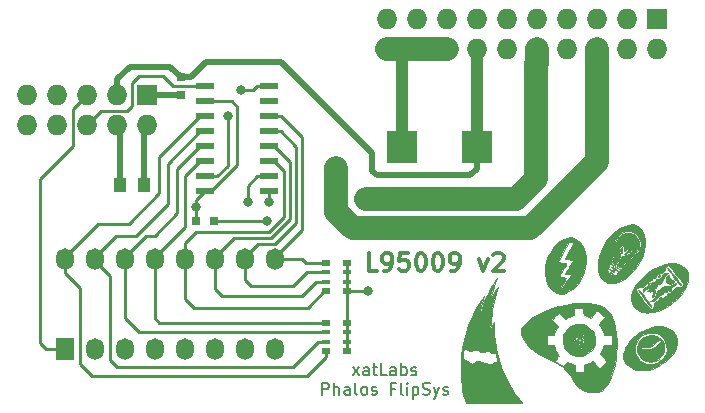
<source format=gbr>
G04 #@! TF.GenerationSoftware,KiCad,Pcbnew,(6.0.0-rc1-dev-557-ge985f797c)*
G04 #@! TF.CreationDate,2018-12-31T20:35:23+01:00*
G04 #@! TF.ProjectId,MAN Adapterplatine,4D414E2041646170746572706C617469,1.0*
G04 #@! TF.SameCoordinates,Original*
G04 #@! TF.FileFunction,Copper,L1,Top,Signal*
G04 #@! TF.FilePolarity,Positive*
%FSLAX46Y46*%
G04 Gerber Fmt 4.6, Leading zero omitted, Abs format (unit mm)*
G04 Created by KiCad (PCBNEW (6.0.0-rc1-dev-557-ge985f797c)) date 12/31/18 20:35:23*
%MOMM*%
%LPD*%
G01*
G04 APERTURE LIST*
G04 #@! TA.AperFunction,NonConductor*
%ADD10C,0.150000*%
G04 #@! TD*
G04 #@! TA.AperFunction,NonConductor*
%ADD11C,0.300000*%
G04 #@! TD*
G04 #@! TA.AperFunction,EtchedComponent*
%ADD12C,0.010000*%
G04 #@! TD*
G04 #@! TA.AperFunction,SMDPad,CuDef*
%ADD13R,1.500000X0.600000*%
G04 #@! TD*
G04 #@! TA.AperFunction,ComponentPad*
%ADD14O,1.727200X1.727200*%
G04 #@! TD*
G04 #@! TA.AperFunction,ComponentPad*
%ADD15R,1.727200X1.727200*%
G04 #@! TD*
G04 #@! TA.AperFunction,ComponentPad*
%ADD16O,1.524000X1.824000*%
G04 #@! TD*
G04 #@! TA.AperFunction,ComponentPad*
%ADD17R,1.524000X1.824000*%
G04 #@! TD*
G04 #@! TA.AperFunction,SMDPad,CuDef*
%ADD18R,0.800000X0.500000*%
G04 #@! TD*
G04 #@! TA.AperFunction,SMDPad,CuDef*
%ADD19R,0.800000X0.400000*%
G04 #@! TD*
G04 #@! TA.AperFunction,SMDPad,CuDef*
%ADD20R,0.800000X0.750000*%
G04 #@! TD*
G04 #@! TA.AperFunction,SMDPad,CuDef*
%ADD21R,0.750000X0.800000*%
G04 #@! TD*
G04 #@! TA.AperFunction,SMDPad,CuDef*
%ADD22R,2.550000X2.700000*%
G04 #@! TD*
G04 #@! TA.AperFunction,SMDPad,CuDef*
%ADD23R,1.000000X1.250000*%
G04 #@! TD*
G04 #@! TA.AperFunction,ViaPad*
%ADD24C,0.800000*%
G04 #@! TD*
G04 #@! TA.AperFunction,Conductor*
%ADD25C,2.000000*%
G04 #@! TD*
G04 #@! TA.AperFunction,Conductor*
%ADD26C,1.000000*%
G04 #@! TD*
G04 #@! TA.AperFunction,Conductor*
%ADD27C,0.500000*%
G04 #@! TD*
G04 #@! TA.AperFunction,Conductor*
%ADD28C,0.250000*%
G04 #@! TD*
G04 APERTURE END LIST*
D10*
X124285714Y-99227380D02*
X124809523Y-98560714D01*
X124285714Y-98560714D02*
X124809523Y-99227380D01*
X125619047Y-99227380D02*
X125619047Y-98703571D01*
X125571428Y-98608333D01*
X125476190Y-98560714D01*
X125285714Y-98560714D01*
X125190476Y-98608333D01*
X125619047Y-99179761D02*
X125523809Y-99227380D01*
X125285714Y-99227380D01*
X125190476Y-99179761D01*
X125142857Y-99084523D01*
X125142857Y-98989285D01*
X125190476Y-98894047D01*
X125285714Y-98846428D01*
X125523809Y-98846428D01*
X125619047Y-98798809D01*
X125952380Y-98560714D02*
X126333333Y-98560714D01*
X126095238Y-98227380D02*
X126095238Y-99084523D01*
X126142857Y-99179761D01*
X126238095Y-99227380D01*
X126333333Y-99227380D01*
X127142857Y-99227380D02*
X126666666Y-99227380D01*
X126666666Y-98227380D01*
X127904761Y-99227380D02*
X127904761Y-98703571D01*
X127857142Y-98608333D01*
X127761904Y-98560714D01*
X127571428Y-98560714D01*
X127476190Y-98608333D01*
X127904761Y-99179761D02*
X127809523Y-99227380D01*
X127571428Y-99227380D01*
X127476190Y-99179761D01*
X127428571Y-99084523D01*
X127428571Y-98989285D01*
X127476190Y-98894047D01*
X127571428Y-98846428D01*
X127809523Y-98846428D01*
X127904761Y-98798809D01*
X128380952Y-99227380D02*
X128380952Y-98227380D01*
X128380952Y-98608333D02*
X128476190Y-98560714D01*
X128666666Y-98560714D01*
X128761904Y-98608333D01*
X128809523Y-98655952D01*
X128857142Y-98751190D01*
X128857142Y-99036904D01*
X128809523Y-99132142D01*
X128761904Y-99179761D01*
X128666666Y-99227380D01*
X128476190Y-99227380D01*
X128380952Y-99179761D01*
X129238095Y-99179761D02*
X129333333Y-99227380D01*
X129523809Y-99227380D01*
X129619047Y-99179761D01*
X129666666Y-99084523D01*
X129666666Y-99036904D01*
X129619047Y-98941666D01*
X129523809Y-98894047D01*
X129380952Y-98894047D01*
X129285714Y-98846428D01*
X129238095Y-98751190D01*
X129238095Y-98703571D01*
X129285714Y-98608333D01*
X129380952Y-98560714D01*
X129523809Y-98560714D01*
X129619047Y-98608333D01*
X121690476Y-100877380D02*
X121690476Y-99877380D01*
X122071428Y-99877380D01*
X122166666Y-99925000D01*
X122214285Y-99972619D01*
X122261904Y-100067857D01*
X122261904Y-100210714D01*
X122214285Y-100305952D01*
X122166666Y-100353571D01*
X122071428Y-100401190D01*
X121690476Y-100401190D01*
X122690476Y-100877380D02*
X122690476Y-99877380D01*
X123119047Y-100877380D02*
X123119047Y-100353571D01*
X123071428Y-100258333D01*
X122976190Y-100210714D01*
X122833333Y-100210714D01*
X122738095Y-100258333D01*
X122690476Y-100305952D01*
X124023809Y-100877380D02*
X124023809Y-100353571D01*
X123976190Y-100258333D01*
X123880952Y-100210714D01*
X123690476Y-100210714D01*
X123595238Y-100258333D01*
X124023809Y-100829761D02*
X123928571Y-100877380D01*
X123690476Y-100877380D01*
X123595238Y-100829761D01*
X123547619Y-100734523D01*
X123547619Y-100639285D01*
X123595238Y-100544047D01*
X123690476Y-100496428D01*
X123928571Y-100496428D01*
X124023809Y-100448809D01*
X124642857Y-100877380D02*
X124547619Y-100829761D01*
X124500000Y-100734523D01*
X124500000Y-99877380D01*
X125166666Y-100877380D02*
X125071428Y-100829761D01*
X125023809Y-100782142D01*
X124976190Y-100686904D01*
X124976190Y-100401190D01*
X125023809Y-100305952D01*
X125071428Y-100258333D01*
X125166666Y-100210714D01*
X125309523Y-100210714D01*
X125404761Y-100258333D01*
X125452380Y-100305952D01*
X125500000Y-100401190D01*
X125500000Y-100686904D01*
X125452380Y-100782142D01*
X125404761Y-100829761D01*
X125309523Y-100877380D01*
X125166666Y-100877380D01*
X125880952Y-100829761D02*
X125976190Y-100877380D01*
X126166666Y-100877380D01*
X126261904Y-100829761D01*
X126309523Y-100734523D01*
X126309523Y-100686904D01*
X126261904Y-100591666D01*
X126166666Y-100544047D01*
X126023809Y-100544047D01*
X125928571Y-100496428D01*
X125880952Y-100401190D01*
X125880952Y-100353571D01*
X125928571Y-100258333D01*
X126023809Y-100210714D01*
X126166666Y-100210714D01*
X126261904Y-100258333D01*
X127833333Y-100353571D02*
X127500000Y-100353571D01*
X127500000Y-100877380D02*
X127500000Y-99877380D01*
X127976190Y-99877380D01*
X128500000Y-100877380D02*
X128404761Y-100829761D01*
X128357142Y-100734523D01*
X128357142Y-99877380D01*
X128880952Y-100877380D02*
X128880952Y-100210714D01*
X128880952Y-99877380D02*
X128833333Y-99925000D01*
X128880952Y-99972619D01*
X128928571Y-99925000D01*
X128880952Y-99877380D01*
X128880952Y-99972619D01*
X129357142Y-100210714D02*
X129357142Y-101210714D01*
X129357142Y-100258333D02*
X129452380Y-100210714D01*
X129642857Y-100210714D01*
X129738095Y-100258333D01*
X129785714Y-100305952D01*
X129833333Y-100401190D01*
X129833333Y-100686904D01*
X129785714Y-100782142D01*
X129738095Y-100829761D01*
X129642857Y-100877380D01*
X129452380Y-100877380D01*
X129357142Y-100829761D01*
X130214285Y-100829761D02*
X130357142Y-100877380D01*
X130595238Y-100877380D01*
X130690476Y-100829761D01*
X130738095Y-100782142D01*
X130785714Y-100686904D01*
X130785714Y-100591666D01*
X130738095Y-100496428D01*
X130690476Y-100448809D01*
X130595238Y-100401190D01*
X130404761Y-100353571D01*
X130309523Y-100305952D01*
X130261904Y-100258333D01*
X130214285Y-100163095D01*
X130214285Y-100067857D01*
X130261904Y-99972619D01*
X130309523Y-99925000D01*
X130404761Y-99877380D01*
X130642857Y-99877380D01*
X130785714Y-99925000D01*
X131119047Y-100210714D02*
X131357142Y-100877380D01*
X131595238Y-100210714D02*
X131357142Y-100877380D01*
X131261904Y-101115476D01*
X131214285Y-101163095D01*
X131119047Y-101210714D01*
X131928571Y-100829761D02*
X132023809Y-100877380D01*
X132214285Y-100877380D01*
X132309523Y-100829761D01*
X132357142Y-100734523D01*
X132357142Y-100686904D01*
X132309523Y-100591666D01*
X132214285Y-100544047D01*
X132071428Y-100544047D01*
X131976190Y-100496428D01*
X131928571Y-100401190D01*
X131928571Y-100353571D01*
X131976190Y-100258333D01*
X132071428Y-100210714D01*
X132214285Y-100210714D01*
X132309523Y-100258333D01*
D11*
X126335714Y-90378571D02*
X125621428Y-90378571D01*
X125621428Y-88878571D01*
X126907142Y-90378571D02*
X127192857Y-90378571D01*
X127335714Y-90307142D01*
X127407142Y-90235714D01*
X127550000Y-90021428D01*
X127621428Y-89735714D01*
X127621428Y-89164285D01*
X127550000Y-89021428D01*
X127478571Y-88950000D01*
X127335714Y-88878571D01*
X127050000Y-88878571D01*
X126907142Y-88950000D01*
X126835714Y-89021428D01*
X126764285Y-89164285D01*
X126764285Y-89521428D01*
X126835714Y-89664285D01*
X126907142Y-89735714D01*
X127050000Y-89807142D01*
X127335714Y-89807142D01*
X127478571Y-89735714D01*
X127550000Y-89664285D01*
X127621428Y-89521428D01*
X128978571Y-88878571D02*
X128264285Y-88878571D01*
X128192857Y-89592857D01*
X128264285Y-89521428D01*
X128407142Y-89450000D01*
X128764285Y-89450000D01*
X128907142Y-89521428D01*
X128978571Y-89592857D01*
X129050000Y-89735714D01*
X129050000Y-90092857D01*
X128978571Y-90235714D01*
X128907142Y-90307142D01*
X128764285Y-90378571D01*
X128407142Y-90378571D01*
X128264285Y-90307142D01*
X128192857Y-90235714D01*
X129978571Y-88878571D02*
X130121428Y-88878571D01*
X130264285Y-88950000D01*
X130335714Y-89021428D01*
X130407142Y-89164285D01*
X130478571Y-89450000D01*
X130478571Y-89807142D01*
X130407142Y-90092857D01*
X130335714Y-90235714D01*
X130264285Y-90307142D01*
X130121428Y-90378571D01*
X129978571Y-90378571D01*
X129835714Y-90307142D01*
X129764285Y-90235714D01*
X129692857Y-90092857D01*
X129621428Y-89807142D01*
X129621428Y-89450000D01*
X129692857Y-89164285D01*
X129764285Y-89021428D01*
X129835714Y-88950000D01*
X129978571Y-88878571D01*
X131407142Y-88878571D02*
X131550000Y-88878571D01*
X131692857Y-88950000D01*
X131764285Y-89021428D01*
X131835714Y-89164285D01*
X131907142Y-89450000D01*
X131907142Y-89807142D01*
X131835714Y-90092857D01*
X131764285Y-90235714D01*
X131692857Y-90307142D01*
X131550000Y-90378571D01*
X131407142Y-90378571D01*
X131264285Y-90307142D01*
X131192857Y-90235714D01*
X131121428Y-90092857D01*
X131050000Y-89807142D01*
X131050000Y-89450000D01*
X131121428Y-89164285D01*
X131192857Y-89021428D01*
X131264285Y-88950000D01*
X131407142Y-88878571D01*
X132621428Y-90378571D02*
X132907142Y-90378571D01*
X133050000Y-90307142D01*
X133121428Y-90235714D01*
X133264285Y-90021428D01*
X133335714Y-89735714D01*
X133335714Y-89164285D01*
X133264285Y-89021428D01*
X133192857Y-88950000D01*
X133050000Y-88878571D01*
X132764285Y-88878571D01*
X132621428Y-88950000D01*
X132550000Y-89021428D01*
X132478571Y-89164285D01*
X132478571Y-89521428D01*
X132550000Y-89664285D01*
X132621428Y-89735714D01*
X132764285Y-89807142D01*
X133050000Y-89807142D01*
X133192857Y-89735714D01*
X133264285Y-89664285D01*
X133335714Y-89521428D01*
X134978571Y-89378571D02*
X135335714Y-90378571D01*
X135692857Y-89378571D01*
X136192857Y-89021428D02*
X136264285Y-88950000D01*
X136407142Y-88878571D01*
X136764285Y-88878571D01*
X136907142Y-88950000D01*
X136978571Y-89021428D01*
X137050000Y-89164285D01*
X137050000Y-89307142D01*
X136978571Y-89521428D01*
X136121428Y-90378571D01*
X137050000Y-90378571D01*
D12*
G04 #@! TO.C,REF\002A\002A*
G36*
X143548658Y-95369962D02*
X143621755Y-95512127D01*
X143639534Y-95562152D01*
X143681890Y-95696103D01*
X143692507Y-95770633D01*
X143669195Y-95812948D01*
X143616651Y-95846396D01*
X143533568Y-95889144D01*
X143472464Y-95894437D01*
X143383783Y-95864147D01*
X143363318Y-95855961D01*
X143285910Y-95804912D01*
X143274300Y-95720064D01*
X143279897Y-95687240D01*
X143336478Y-95477487D01*
X143402487Y-95353871D01*
X143474391Y-95317619D01*
X143548658Y-95369962D01*
X143548658Y-95369962D01*
G37*
X143548658Y-95369962D02*
X143621755Y-95512127D01*
X143639534Y-95562152D01*
X143681890Y-95696103D01*
X143692507Y-95770633D01*
X143669195Y-95812948D01*
X143616651Y-95846396D01*
X143533568Y-95889144D01*
X143472464Y-95894437D01*
X143383783Y-95864147D01*
X143363318Y-95855961D01*
X143285910Y-95804912D01*
X143274300Y-95720064D01*
X143279897Y-95687240D01*
X143336478Y-95477487D01*
X143402487Y-95353871D01*
X143474391Y-95317619D01*
X143548658Y-95369962D01*
G36*
X147979289Y-87243070D02*
X148196039Y-87378728D01*
X148368017Y-87574332D01*
X148482985Y-87822009D01*
X148528708Y-88113885D01*
X148529009Y-88140677D01*
X148489621Y-88452872D01*
X148373434Y-88720660D01*
X148183415Y-88937370D01*
X148169554Y-88948745D01*
X148059028Y-89037157D01*
X147902710Y-89161441D01*
X147726724Y-89300847D01*
X147641515Y-89368162D01*
X147464193Y-89518111D01*
X147295842Y-89677740D01*
X147163097Y-89821145D01*
X147122357Y-89873090D01*
X147033364Y-89990179D01*
X146963946Y-90069217D01*
X146934355Y-90091140D01*
X146876656Y-90070005D01*
X146779645Y-90021668D01*
X146778468Y-90021030D01*
X146690803Y-89966134D01*
X146652666Y-89927715D01*
X146652612Y-89926934D01*
X146673158Y-89878081D01*
X146728337Y-89768122D01*
X146808460Y-89616033D01*
X146860414Y-89519898D01*
X146958320Y-89342850D01*
X147030067Y-89229095D01*
X147093293Y-89161553D01*
X147165635Y-89123144D01*
X147264728Y-89096786D01*
X147306631Y-89087752D01*
X147517991Y-89023855D01*
X147697056Y-88934702D01*
X147825753Y-88832167D01*
X147886010Y-88728122D01*
X147888288Y-88705621D01*
X147856901Y-88572933D01*
X147770354Y-88505056D01*
X147640070Y-88503993D01*
X147477471Y-88571746D01*
X147403173Y-88620565D01*
X147224685Y-88749960D01*
X147239951Y-88537812D01*
X147225596Y-88366192D01*
X147164670Y-88258504D01*
X147073897Y-88220756D01*
X146970005Y-88258957D01*
X146869719Y-88379116D01*
X146858056Y-88400610D01*
X146796505Y-88591667D01*
X146814810Y-88788321D01*
X146868458Y-88927377D01*
X146910217Y-89022866D01*
X146920571Y-89095858D01*
X146895319Y-89178815D01*
X146830257Y-89304201D01*
X146816417Y-89329380D01*
X146726540Y-89490384D01*
X146638693Y-89644101D01*
X146596666Y-89715685D01*
X146507504Y-89864704D01*
X146370775Y-89784334D01*
X146299312Y-89734578D01*
X146261561Y-89677036D01*
X146257635Y-89593627D01*
X146287650Y-89466269D01*
X146351722Y-89276880D01*
X146374409Y-89214048D01*
X146422633Y-89047958D01*
X146469997Y-88828573D01*
X146508709Y-88593869D01*
X146519972Y-88504679D01*
X146570087Y-88153938D01*
X146636563Y-87879696D01*
X146727288Y-87667311D01*
X146850149Y-87502143D01*
X147013036Y-87369551D01*
X147182762Y-87274493D01*
X147460414Y-87183079D01*
X147730002Y-87175229D01*
X147979289Y-87243070D01*
X147979289Y-87243070D01*
G37*
X147979289Y-87243070D02*
X148196039Y-87378728D01*
X148368017Y-87574332D01*
X148482985Y-87822009D01*
X148528708Y-88113885D01*
X148529009Y-88140677D01*
X148489621Y-88452872D01*
X148373434Y-88720660D01*
X148183415Y-88937370D01*
X148169554Y-88948745D01*
X148059028Y-89037157D01*
X147902710Y-89161441D01*
X147726724Y-89300847D01*
X147641515Y-89368162D01*
X147464193Y-89518111D01*
X147295842Y-89677740D01*
X147163097Y-89821145D01*
X147122357Y-89873090D01*
X147033364Y-89990179D01*
X146963946Y-90069217D01*
X146934355Y-90091140D01*
X146876656Y-90070005D01*
X146779645Y-90021668D01*
X146778468Y-90021030D01*
X146690803Y-89966134D01*
X146652666Y-89927715D01*
X146652612Y-89926934D01*
X146673158Y-89878081D01*
X146728337Y-89768122D01*
X146808460Y-89616033D01*
X146860414Y-89519898D01*
X146958320Y-89342850D01*
X147030067Y-89229095D01*
X147093293Y-89161553D01*
X147165635Y-89123144D01*
X147264728Y-89096786D01*
X147306631Y-89087752D01*
X147517991Y-89023855D01*
X147697056Y-88934702D01*
X147825753Y-88832167D01*
X147886010Y-88728122D01*
X147888288Y-88705621D01*
X147856901Y-88572933D01*
X147770354Y-88505056D01*
X147640070Y-88503993D01*
X147477471Y-88571746D01*
X147403173Y-88620565D01*
X147224685Y-88749960D01*
X147239951Y-88537812D01*
X147225596Y-88366192D01*
X147164670Y-88258504D01*
X147073897Y-88220756D01*
X146970005Y-88258957D01*
X146869719Y-88379116D01*
X146858056Y-88400610D01*
X146796505Y-88591667D01*
X146814810Y-88788321D01*
X146868458Y-88927377D01*
X146910217Y-89022866D01*
X146920571Y-89095858D01*
X146895319Y-89178815D01*
X146830257Y-89304201D01*
X146816417Y-89329380D01*
X146726540Y-89490384D01*
X146638693Y-89644101D01*
X146596666Y-89715685D01*
X146507504Y-89864704D01*
X146370775Y-89784334D01*
X146299312Y-89734578D01*
X146261561Y-89677036D01*
X146257635Y-89593627D01*
X146287650Y-89466269D01*
X146351722Y-89276880D01*
X146374409Y-89214048D01*
X146422633Y-89047958D01*
X146469997Y-88828573D01*
X146508709Y-88593869D01*
X146519972Y-88504679D01*
X146570087Y-88153938D01*
X146636563Y-87879696D01*
X146727288Y-87667311D01*
X146850149Y-87502143D01*
X147013036Y-87369551D01*
X147182762Y-87274493D01*
X147460414Y-87183079D01*
X147730002Y-87175229D01*
X147979289Y-87243070D01*
G36*
X146698378Y-90115856D02*
X146675495Y-90138739D01*
X146652612Y-90115856D01*
X146675495Y-90092973D01*
X146698378Y-90115856D01*
X146698378Y-90115856D01*
G37*
X146698378Y-90115856D02*
X146675495Y-90138739D01*
X146652612Y-90115856D01*
X146675495Y-90092973D01*
X146698378Y-90115856D01*
G36*
X144302427Y-95759707D02*
X144360598Y-95799893D01*
X144364324Y-95818550D01*
X144335275Y-95874027D01*
X144260336Y-95970513D01*
X144187478Y-96052592D01*
X144010632Y-96242180D01*
X143886851Y-96118399D01*
X143809732Y-96018893D01*
X143777110Y-95930999D01*
X143777914Y-95917536D01*
X143826976Y-95852820D01*
X143930056Y-95800274D01*
X144061057Y-95764303D01*
X144193881Y-95749312D01*
X144302427Y-95759707D01*
X144302427Y-95759707D01*
G37*
X144302427Y-95759707D02*
X144360598Y-95799893D01*
X144364324Y-95818550D01*
X144335275Y-95874027D01*
X144260336Y-95970513D01*
X144187478Y-96052592D01*
X144010632Y-96242180D01*
X143886851Y-96118399D01*
X143809732Y-96018893D01*
X143777110Y-95930999D01*
X143777914Y-95917536D01*
X143826976Y-95852820D01*
X143930056Y-95800274D01*
X144061057Y-95764303D01*
X144193881Y-95749312D01*
X144302427Y-95759707D01*
G36*
X146173981Y-90048253D02*
X146272849Y-90087390D01*
X146399151Y-90149899D01*
X146527955Y-90222954D01*
X146634328Y-90293728D01*
X146673207Y-90326044D01*
X146697527Y-90365313D01*
X146656296Y-90367258D01*
X146565228Y-90336677D01*
X146440035Y-90278369D01*
X146343424Y-90225327D01*
X146221059Y-90145915D01*
X146143528Y-90079691D01*
X146127478Y-90045311D01*
X146173981Y-90048253D01*
X146173981Y-90048253D01*
G37*
X146173981Y-90048253D02*
X146272849Y-90087390D01*
X146399151Y-90149899D01*
X146527955Y-90222954D01*
X146634328Y-90293728D01*
X146673207Y-90326044D01*
X146697527Y-90365313D01*
X146656296Y-90367258D01*
X146565228Y-90336677D01*
X146440035Y-90278369D01*
X146343424Y-90225327D01*
X146221059Y-90145915D01*
X146143528Y-90079691D01*
X146127478Y-90045311D01*
X146173981Y-90048253D01*
G36*
X144073776Y-96349382D02*
X144160906Y-96428970D01*
X144251565Y-96530068D01*
X144322945Y-96626863D01*
X144352238Y-96693542D01*
X144351374Y-96700080D01*
X144293832Y-96742860D01*
X144176632Y-96758487D01*
X144027873Y-96745814D01*
X143915030Y-96717881D01*
X143814104Y-96675112D01*
X143782010Y-96620775D01*
X143791679Y-96549884D01*
X143848511Y-96429733D01*
X143938399Y-96342303D01*
X144012983Y-96317117D01*
X144073776Y-96349382D01*
X144073776Y-96349382D01*
G37*
X144073776Y-96349382D02*
X144160906Y-96428970D01*
X144251565Y-96530068D01*
X144322945Y-96626863D01*
X144352238Y-96693542D01*
X144351374Y-96700080D01*
X144293832Y-96742860D01*
X144176632Y-96758487D01*
X144027873Y-96745814D01*
X143915030Y-96717881D01*
X143814104Y-96675112D01*
X143782010Y-96620775D01*
X143791679Y-96549884D01*
X143848511Y-96429733D01*
X143938399Y-96342303D01*
X144012983Y-96317117D01*
X144073776Y-96349382D01*
G36*
X143623945Y-96053022D02*
X143705253Y-96153165D01*
X143723603Y-96252845D01*
X143704514Y-96375399D01*
X143631604Y-96452221D01*
X143597197Y-96471665D01*
X143492353Y-96512473D01*
X143402436Y-96498537D01*
X143345485Y-96471379D01*
X143245617Y-96377743D01*
X143211168Y-96255876D01*
X143213074Y-96248559D01*
X143364720Y-96248559D01*
X143395654Y-96323660D01*
X143467596Y-96355968D01*
X143482669Y-96354298D01*
X143559049Y-96301523D01*
X143577722Y-96259246D01*
X143556785Y-96182203D01*
X143486187Y-96142855D01*
X143405929Y-96160499D01*
X143394090Y-96170667D01*
X143364720Y-96248559D01*
X143213074Y-96248559D01*
X143242379Y-96136075D01*
X143339492Y-96048637D01*
X143342106Y-96047427D01*
X143496117Y-96014126D01*
X143623945Y-96053022D01*
X143623945Y-96053022D01*
G37*
X143623945Y-96053022D02*
X143705253Y-96153165D01*
X143723603Y-96252845D01*
X143704514Y-96375399D01*
X143631604Y-96452221D01*
X143597197Y-96471665D01*
X143492353Y-96512473D01*
X143402436Y-96498537D01*
X143345485Y-96471379D01*
X143245617Y-96377743D01*
X143211168Y-96255876D01*
X143213074Y-96248559D01*
X143364720Y-96248559D01*
X143395654Y-96323660D01*
X143467596Y-96355968D01*
X143482669Y-96354298D01*
X143559049Y-96301523D01*
X143577722Y-96259246D01*
X143556785Y-96182203D01*
X143486187Y-96142855D01*
X143405929Y-96160499D01*
X143394090Y-96170667D01*
X143364720Y-96248559D01*
X143213074Y-96248559D01*
X143242379Y-96136075D01*
X143339492Y-96048637D01*
X143342106Y-96047427D01*
X143496117Y-96014126D01*
X143623945Y-96053022D01*
G36*
X143579665Y-96653117D02*
X143649392Y-96698274D01*
X143672252Y-96768794D01*
X143663870Y-96877237D01*
X143620358Y-97051469D01*
X143552966Y-97154941D01*
X143472739Y-97182635D01*
X143390720Y-97129529D01*
X143332259Y-97027956D01*
X143287770Y-96899203D01*
X143266301Y-96793305D01*
X143265946Y-96783591D01*
X143305029Y-96693874D01*
X143401443Y-96640195D01*
X143523933Y-96635552D01*
X143579665Y-96653117D01*
X143579665Y-96653117D01*
G37*
X143579665Y-96653117D02*
X143649392Y-96698274D01*
X143672252Y-96768794D01*
X143663870Y-96877237D01*
X143620358Y-97051469D01*
X143552966Y-97154941D01*
X143472739Y-97182635D01*
X143390720Y-97129529D01*
X143332259Y-97027956D01*
X143287770Y-96899203D01*
X143266301Y-96793305D01*
X143265946Y-96783591D01*
X143305029Y-96693874D01*
X143401443Y-96640195D01*
X143523933Y-96635552D01*
X143579665Y-96653117D01*
G36*
X143314180Y-96519758D02*
X143349873Y-96540278D01*
X143383182Y-96577721D01*
X143334689Y-96608226D01*
X143251476Y-96634167D01*
X143223019Y-96613080D01*
X143220180Y-96568829D01*
X143242796Y-96507254D01*
X143314180Y-96519758D01*
X143314180Y-96519758D01*
G37*
X143314180Y-96519758D02*
X143349873Y-96540278D01*
X143383182Y-96577721D01*
X143334689Y-96608226D01*
X143251476Y-96634167D01*
X143223019Y-96613080D01*
X143220180Y-96568829D01*
X143242796Y-96507254D01*
X143314180Y-96519758D01*
G36*
X143017908Y-96341981D02*
X143059173Y-96362440D01*
X143153645Y-96451516D01*
X143174414Y-96551528D01*
X143160412Y-96640202D01*
X143101503Y-96692682D01*
X143002793Y-96726602D01*
X142804404Y-96769433D01*
X142680888Y-96765890D01*
X142627974Y-96715585D01*
X142625225Y-96692221D01*
X142656396Y-96613109D01*
X142735395Y-96506934D01*
X142784578Y-96455216D01*
X142884907Y-96364201D01*
X142952677Y-96329837D01*
X143017908Y-96341981D01*
X143017908Y-96341981D01*
G37*
X143017908Y-96341981D02*
X143059173Y-96362440D01*
X143153645Y-96451516D01*
X143174414Y-96551528D01*
X143160412Y-96640202D01*
X143101503Y-96692682D01*
X143002793Y-96726602D01*
X142804404Y-96769433D01*
X142680888Y-96765890D01*
X142627974Y-96715585D01*
X142625225Y-96692221D01*
X142656396Y-96613109D01*
X142735395Y-96506934D01*
X142784578Y-96455216D01*
X142884907Y-96364201D01*
X142952677Y-96329837D01*
X143017908Y-96341981D01*
G36*
X146378018Y-89932793D02*
X146355135Y-89955676D01*
X146332252Y-89932793D01*
X146355135Y-89909910D01*
X146378018Y-89932793D01*
X146378018Y-89932793D01*
G37*
X146378018Y-89932793D02*
X146355135Y-89955676D01*
X146332252Y-89932793D01*
X146355135Y-89909910D01*
X146378018Y-89932793D01*
G36*
X146515315Y-90024324D02*
X146492432Y-90047207D01*
X146469549Y-90024324D01*
X146492432Y-90001441D01*
X146515315Y-90024324D01*
X146515315Y-90024324D01*
G37*
X146515315Y-90024324D02*
X146492432Y-90047207D01*
X146469549Y-90024324D01*
X146492432Y-90001441D01*
X146515315Y-90024324D01*
G36*
X143710970Y-95895338D02*
X143723603Y-95952427D01*
X143714315Y-96030778D01*
X143678164Y-96024404D01*
X143636508Y-95979218D01*
X143610582Y-95920495D01*
X143653787Y-95889123D01*
X143710970Y-95895338D01*
X143710970Y-95895338D01*
G37*
X143710970Y-95895338D02*
X143723603Y-95952427D01*
X143714315Y-96030778D01*
X143678164Y-96024404D01*
X143636508Y-95979218D01*
X143610582Y-95920495D01*
X143653787Y-95889123D01*
X143710970Y-95895338D01*
G36*
X143720765Y-96524578D02*
X143723603Y-96568829D01*
X143700987Y-96630404D01*
X143629604Y-96617900D01*
X143593910Y-96597380D01*
X143560601Y-96559936D01*
X143609095Y-96529432D01*
X143692308Y-96503490D01*
X143720765Y-96524578D01*
X143720765Y-96524578D01*
G37*
X143720765Y-96524578D02*
X143723603Y-96568829D01*
X143700987Y-96630404D01*
X143629604Y-96617900D01*
X143593910Y-96597380D01*
X143560601Y-96559936D01*
X143609095Y-96529432D01*
X143692308Y-96503490D01*
X143720765Y-96524578D01*
G36*
X146606847Y-90070090D02*
X146583964Y-90092973D01*
X146561081Y-90070090D01*
X146583964Y-90047207D01*
X146606847Y-90070090D01*
X146606847Y-90070090D01*
G37*
X146606847Y-90070090D02*
X146583964Y-90092973D01*
X146561081Y-90070090D01*
X146583964Y-90047207D01*
X146606847Y-90070090D01*
G36*
X146103423Y-90527748D02*
X146080540Y-90550630D01*
X146057658Y-90527748D01*
X146080540Y-90504865D01*
X146103423Y-90527748D01*
X146103423Y-90527748D01*
G37*
X146103423Y-90527748D02*
X146080540Y-90550630D01*
X146057658Y-90527748D01*
X146080540Y-90504865D01*
X146103423Y-90527748D01*
G36*
X146286486Y-90619279D02*
X146263603Y-90642162D01*
X146240721Y-90619279D01*
X146263603Y-90596396D01*
X146286486Y-90619279D01*
X146286486Y-90619279D01*
G37*
X146286486Y-90619279D02*
X146263603Y-90642162D01*
X146240721Y-90619279D01*
X146263603Y-90596396D01*
X146286486Y-90619279D01*
G36*
X150304063Y-90754393D02*
X150300490Y-90803016D01*
X150248455Y-90865858D01*
X150178470Y-90910864D01*
X150149526Y-90916757D01*
X150108485Y-90884479D01*
X150112903Y-90851647D01*
X150166564Y-90786599D01*
X150244802Y-90747149D01*
X150304063Y-90754393D01*
X150304063Y-90754393D01*
G37*
X150304063Y-90754393D02*
X150300490Y-90803016D01*
X150248455Y-90865858D01*
X150178470Y-90910864D01*
X150149526Y-90916757D01*
X150108485Y-90884479D01*
X150112903Y-90851647D01*
X150166564Y-90786599D01*
X150244802Y-90747149D01*
X150304063Y-90754393D01*
G36*
X142961581Y-95775713D02*
X143091342Y-95809117D01*
X143154096Y-95849192D01*
X143173492Y-95915241D01*
X143174414Y-95949434D01*
X143133393Y-96084705D01*
X143062583Y-96151036D01*
X142991340Y-96190807D01*
X142933786Y-96189159D01*
X142860416Y-96137470D01*
X142787988Y-96070805D01*
X142664309Y-95931961D01*
X142623731Y-95830344D01*
X142664408Y-95769091D01*
X142784494Y-95751340D01*
X142961581Y-95775713D01*
X142961581Y-95775713D01*
G37*
X142961581Y-95775713D02*
X143091342Y-95809117D01*
X143154096Y-95849192D01*
X143173492Y-95915241D01*
X143174414Y-95949434D01*
X143133393Y-96084705D01*
X143062583Y-96151036D01*
X142991340Y-96190807D01*
X142933786Y-96189159D01*
X142860416Y-96137470D01*
X142787988Y-96070805D01*
X142664309Y-95931961D01*
X142623731Y-95830344D01*
X142664408Y-95769091D01*
X142784494Y-95751340D01*
X142961581Y-95775713D01*
G36*
X151069175Y-90762810D02*
X151091889Y-90869494D01*
X151091892Y-90870991D01*
X151130197Y-91020561D01*
X151228980Y-91135586D01*
X151364038Y-91190002D01*
X151389369Y-91191351D01*
X151480814Y-91216453D01*
X151498955Y-91279546D01*
X151442648Y-91362309D01*
X151402069Y-91394702D01*
X151269711Y-91448144D01*
X151107286Y-91463656D01*
X150958366Y-91440030D01*
X150896430Y-91408739D01*
X150803083Y-91287069D01*
X150765240Y-91127217D01*
X150783005Y-90962299D01*
X150856478Y-90825428D01*
X150894526Y-90790901D01*
X151002908Y-90736418D01*
X151069175Y-90762810D01*
X151069175Y-90762810D01*
G37*
X151069175Y-90762810D02*
X151091889Y-90869494D01*
X151091892Y-90870991D01*
X151130197Y-91020561D01*
X151228980Y-91135586D01*
X151364038Y-91190002D01*
X151389369Y-91191351D01*
X151480814Y-91216453D01*
X151498955Y-91279546D01*
X151442648Y-91362309D01*
X151402069Y-91394702D01*
X151269711Y-91448144D01*
X151107286Y-91463656D01*
X150958366Y-91440030D01*
X150896430Y-91408739D01*
X150803083Y-91287069D01*
X150765240Y-91127217D01*
X150783005Y-90962299D01*
X150856478Y-90825428D01*
X150894526Y-90790901D01*
X151002908Y-90736418D01*
X151069175Y-90762810D01*
G36*
X147100922Y-88397031D02*
X147104522Y-88522875D01*
X147099669Y-88585396D01*
X147074221Y-88746664D01*
X147037936Y-88849743D01*
X146997067Y-88883812D01*
X146957865Y-88838049D01*
X146956167Y-88833747D01*
X146929851Y-88699031D01*
X146939463Y-88556619D01*
X146978127Y-88435014D01*
X147038965Y-88362722D01*
X147071937Y-88353874D01*
X147100922Y-88397031D01*
X147100922Y-88397031D01*
G37*
X147100922Y-88397031D02*
X147104522Y-88522875D01*
X147099669Y-88585396D01*
X147074221Y-88746664D01*
X147037936Y-88849743D01*
X146997067Y-88883812D01*
X146957865Y-88838049D01*
X146956167Y-88833747D01*
X146929851Y-88699031D01*
X146939463Y-88556619D01*
X146978127Y-88435014D01*
X147038965Y-88362722D01*
X147071937Y-88353874D01*
X147100922Y-88397031D01*
G36*
X151262513Y-91941672D02*
X151260809Y-91992104D01*
X151209534Y-92055927D01*
X151138534Y-92101027D01*
X151109171Y-92106667D01*
X151051941Y-92080980D01*
X151046126Y-92062511D01*
X151080726Y-92010455D01*
X151156909Y-91960158D01*
X151233251Y-91934755D01*
X151262513Y-91941672D01*
X151262513Y-91941672D01*
G37*
X151262513Y-91941672D02*
X151260809Y-91992104D01*
X151209534Y-92055927D01*
X151138534Y-92101027D01*
X151109171Y-92106667D01*
X151051941Y-92080980D01*
X151046126Y-92062511D01*
X151080726Y-92010455D01*
X151156909Y-91960158D01*
X151233251Y-91934755D01*
X151262513Y-91941672D01*
G36*
X149673153Y-91968872D02*
X149833333Y-91995333D01*
X149686867Y-92073883D01*
X149545978Y-92136568D01*
X149440310Y-92143945D01*
X149340989Y-92102798D01*
X149249151Y-92078150D01*
X149203691Y-92088021D01*
X149170921Y-92099241D01*
X149195699Y-92066816D01*
X149304579Y-92001738D01*
X149465880Y-91965173D01*
X149642935Y-91964642D01*
X149673153Y-91968872D01*
X149673153Y-91968872D01*
G37*
X149673153Y-91968872D02*
X149833333Y-91995333D01*
X149686867Y-92073883D01*
X149545978Y-92136568D01*
X149440310Y-92143945D01*
X149340989Y-92102798D01*
X149249151Y-92078150D01*
X149203691Y-92088021D01*
X149170921Y-92099241D01*
X149195699Y-92066816D01*
X149304579Y-92001738D01*
X149465880Y-91965173D01*
X149642935Y-91964642D01*
X149673153Y-91968872D01*
G36*
X146286486Y-89887027D02*
X146263603Y-89909910D01*
X146240721Y-89887027D01*
X146263603Y-89864144D01*
X146286486Y-89887027D01*
X146286486Y-89887027D01*
G37*
X146286486Y-89887027D02*
X146263603Y-89909910D01*
X146240721Y-89887027D01*
X146263603Y-89864144D01*
X146286486Y-89887027D01*
G36*
X150968298Y-90139139D02*
X151063847Y-90225267D01*
X151143489Y-90313082D01*
X151258564Y-90453466D01*
X151396921Y-90630108D01*
X151546406Y-90826700D01*
X151694870Y-91026933D01*
X151830160Y-91214497D01*
X151940125Y-91373084D01*
X152012613Y-91486383D01*
X152033263Y-91526360D01*
X152049770Y-91599263D01*
X152017235Y-91600290D01*
X151939072Y-91532573D01*
X151818697Y-91399245D01*
X151659525Y-91203437D01*
X151605617Y-91134144D01*
X151380354Y-90837768D01*
X151195969Y-90586325D01*
X151054779Y-90383703D01*
X150959101Y-90233787D01*
X150911250Y-90140464D01*
X150913544Y-90107619D01*
X150968298Y-90139139D01*
X150968298Y-90139139D01*
G37*
X150968298Y-90139139D02*
X151063847Y-90225267D01*
X151143489Y-90313082D01*
X151258564Y-90453466D01*
X151396921Y-90630108D01*
X151546406Y-90826700D01*
X151694870Y-91026933D01*
X151830160Y-91214497D01*
X151940125Y-91373084D01*
X152012613Y-91486383D01*
X152033263Y-91526360D01*
X152049770Y-91599263D01*
X152017235Y-91600290D01*
X151939072Y-91532573D01*
X151818697Y-91399245D01*
X151659525Y-91203437D01*
X151605617Y-91134144D01*
X151380354Y-90837768D01*
X151195969Y-90586325D01*
X151054779Y-90383703D01*
X150959101Y-90233787D01*
X150911250Y-90140464D01*
X150913544Y-90107619D01*
X150968298Y-90139139D01*
G36*
X150924630Y-90567679D02*
X150950724Y-90607578D01*
X150894347Y-90653457D01*
X150863032Y-90665055D01*
X150752705Y-90738547D01*
X150631325Y-90883944D01*
X150510952Y-91084584D01*
X150424769Y-91270535D01*
X150359945Y-91416918D01*
X150307616Y-91495324D01*
X150251046Y-91524515D01*
X150197356Y-91525523D01*
X150107976Y-91537038D01*
X150045978Y-91603622D01*
X150012457Y-91674262D01*
X149967904Y-91766613D01*
X149914821Y-91813434D01*
X149823317Y-91830188D01*
X149706863Y-91832327D01*
X149380881Y-91862631D01*
X149121222Y-91953395D01*
X148992923Y-92039777D01*
X148880901Y-92125804D01*
X148824325Y-92145151D01*
X148816370Y-92098219D01*
X148828662Y-92049459D01*
X148927091Y-91876206D01*
X149096278Y-91750468D01*
X149232503Y-91701028D01*
X149413340Y-91624837D01*
X149557950Y-91506875D01*
X149636230Y-91376177D01*
X149693416Y-91326102D01*
X149790794Y-91307528D01*
X149893510Y-91288444D01*
X149935999Y-91222300D01*
X149939489Y-91202793D01*
X149978581Y-91121494D01*
X150069922Y-91099820D01*
X150136777Y-91088738D01*
X150211068Y-91048282D01*
X150305739Y-90967632D01*
X150433736Y-90835973D01*
X150581830Y-90672016D01*
X150719775Y-90571051D01*
X150822101Y-90550630D01*
X150924630Y-90567679D01*
X150924630Y-90567679D01*
G37*
X150924630Y-90567679D02*
X150950724Y-90607578D01*
X150894347Y-90653457D01*
X150863032Y-90665055D01*
X150752705Y-90738547D01*
X150631325Y-90883944D01*
X150510952Y-91084584D01*
X150424769Y-91270535D01*
X150359945Y-91416918D01*
X150307616Y-91495324D01*
X150251046Y-91524515D01*
X150197356Y-91525523D01*
X150107976Y-91537038D01*
X150045978Y-91603622D01*
X150012457Y-91674262D01*
X149967904Y-91766613D01*
X149914821Y-91813434D01*
X149823317Y-91830188D01*
X149706863Y-91832327D01*
X149380881Y-91862631D01*
X149121222Y-91953395D01*
X148992923Y-92039777D01*
X148880901Y-92125804D01*
X148824325Y-92145151D01*
X148816370Y-92098219D01*
X148828662Y-92049459D01*
X148927091Y-91876206D01*
X149096278Y-91750468D01*
X149232503Y-91701028D01*
X149413340Y-91624837D01*
X149557950Y-91506875D01*
X149636230Y-91376177D01*
X149693416Y-91326102D01*
X149790794Y-91307528D01*
X149893510Y-91288444D01*
X149935999Y-91222300D01*
X149939489Y-91202793D01*
X149978581Y-91121494D01*
X150069922Y-91099820D01*
X150136777Y-91088738D01*
X150211068Y-91048282D01*
X150305739Y-90967632D01*
X150433736Y-90835973D01*
X150581830Y-90672016D01*
X150719775Y-90571051D01*
X150822101Y-90550630D01*
X150924630Y-90567679D01*
G36*
X143349770Y-95927336D02*
X143357477Y-95946094D01*
X143321056Y-95996125D01*
X143288829Y-96013307D01*
X143229786Y-96006275D01*
X143220180Y-95972437D01*
X143256846Y-95913016D01*
X143288829Y-95905225D01*
X143349770Y-95927336D01*
X143349770Y-95927336D01*
G37*
X143349770Y-95927336D02*
X143357477Y-95946094D01*
X143321056Y-95996125D01*
X143288829Y-96013307D01*
X143229786Y-96006275D01*
X143220180Y-95972437D01*
X143256846Y-95913016D01*
X143288829Y-95905225D01*
X143349770Y-95927336D01*
G36*
X149893222Y-92082652D02*
X149899034Y-92143227D01*
X149873656Y-92254609D01*
X149827833Y-92386243D01*
X149772308Y-92507575D01*
X149717825Y-92588048D01*
X149714357Y-92591335D01*
X149661352Y-92633816D01*
X149639600Y-92621674D01*
X149640088Y-92540020D01*
X149645131Y-92476983D01*
X149672463Y-92359003D01*
X149726229Y-92237932D01*
X149791709Y-92137163D01*
X149854189Y-92080086D01*
X149893222Y-92082652D01*
X149893222Y-92082652D01*
G37*
X149893222Y-92082652D02*
X149899034Y-92143227D01*
X149873656Y-92254609D01*
X149827833Y-92386243D01*
X149772308Y-92507575D01*
X149717825Y-92588048D01*
X149714357Y-92591335D01*
X149661352Y-92633816D01*
X149639600Y-92621674D01*
X149640088Y-92540020D01*
X149645131Y-92476983D01*
X149672463Y-92359003D01*
X149726229Y-92237932D01*
X149791709Y-92137163D01*
X149854189Y-92080086D01*
X149893222Y-92082652D01*
G36*
X149429851Y-91391193D02*
X149434513Y-91395114D01*
X149429031Y-91442418D01*
X149380887Y-91507464D01*
X149320600Y-91553018D01*
X149301423Y-91557477D01*
X149265051Y-91520681D01*
X149261261Y-91493725D01*
X149294786Y-91432071D01*
X149365776Y-91389474D01*
X149429851Y-91391193D01*
X149429851Y-91391193D01*
G37*
X149429851Y-91391193D02*
X149434513Y-91395114D01*
X149429031Y-91442418D01*
X149380887Y-91507464D01*
X149320600Y-91553018D01*
X149301423Y-91557477D01*
X149265051Y-91520681D01*
X149261261Y-91493725D01*
X149294786Y-91432071D01*
X149365776Y-91389474D01*
X149429851Y-91391193D01*
G36*
X150393550Y-92580474D02*
X150396647Y-92626282D01*
X150338022Y-92686811D01*
X150309787Y-92703809D01*
X150240323Y-92732032D01*
X150225808Y-92700114D01*
X150230222Y-92671620D01*
X150281722Y-92593432D01*
X150325841Y-92572935D01*
X150393550Y-92580474D01*
X150393550Y-92580474D01*
G37*
X150393550Y-92580474D02*
X150396647Y-92626282D01*
X150338022Y-92686811D01*
X150309787Y-92703809D01*
X150240323Y-92732032D01*
X150225808Y-92700114D01*
X150230222Y-92671620D01*
X150281722Y-92593432D01*
X150325841Y-92572935D01*
X150393550Y-92580474D01*
G36*
X151640615Y-91442206D02*
X151641081Y-91460232D01*
X151595683Y-91573827D01*
X151460949Y-91686594D01*
X151239071Y-91796750D01*
X151216754Y-91805740D01*
X151047647Y-91888939D01*
X150944646Y-91984441D01*
X150908829Y-92045541D01*
X150849819Y-92143147D01*
X150781879Y-92173172D01*
X150716522Y-92166116D01*
X150621993Y-92162641D01*
X150575730Y-92218093D01*
X150562821Y-92261565D01*
X150506865Y-92360154D01*
X150441833Y-92381261D01*
X150316461Y-92417392D01*
X150178339Y-92509940D01*
X150058858Y-92635140D01*
X150014931Y-92704455D01*
X149894084Y-92848097D01*
X149721157Y-92944349D01*
X149549570Y-92973525D01*
X149465132Y-92967631D01*
X149462822Y-92947051D01*
X149506489Y-92916317D01*
X149710448Y-92766134D01*
X149851702Y-92606640D01*
X149950898Y-92408685D01*
X150015085Y-92198198D01*
X150053242Y-92071446D01*
X150099695Y-92008613D01*
X150180470Y-91983821D01*
X150236513Y-91978048D01*
X150350052Y-91959103D01*
X150397666Y-91916308D01*
X150405405Y-91858180D01*
X150422459Y-91784126D01*
X150489936Y-91743020D01*
X150577027Y-91724149D01*
X150724718Y-91704627D01*
X150854039Y-91695159D01*
X150863063Y-91695023D01*
X151095716Y-91660093D01*
X151339136Y-91568308D01*
X151475478Y-91489554D01*
X151577962Y-91423922D01*
X151626478Y-91409296D01*
X151640615Y-91442206D01*
X151640615Y-91442206D01*
G37*
X151640615Y-91442206D02*
X151641081Y-91460232D01*
X151595683Y-91573827D01*
X151460949Y-91686594D01*
X151239071Y-91796750D01*
X151216754Y-91805740D01*
X151047647Y-91888939D01*
X150944646Y-91984441D01*
X150908829Y-92045541D01*
X150849819Y-92143147D01*
X150781879Y-92173172D01*
X150716522Y-92166116D01*
X150621993Y-92162641D01*
X150575730Y-92218093D01*
X150562821Y-92261565D01*
X150506865Y-92360154D01*
X150441833Y-92381261D01*
X150316461Y-92417392D01*
X150178339Y-92509940D01*
X150058858Y-92635140D01*
X150014931Y-92704455D01*
X149894084Y-92848097D01*
X149721157Y-92944349D01*
X149549570Y-92973525D01*
X149465132Y-92967631D01*
X149462822Y-92947051D01*
X149506489Y-92916317D01*
X149710448Y-92766134D01*
X149851702Y-92606640D01*
X149950898Y-92408685D01*
X150015085Y-92198198D01*
X150053242Y-92071446D01*
X150099695Y-92008613D01*
X150180470Y-91983821D01*
X150236513Y-91978048D01*
X150350052Y-91959103D01*
X150397666Y-91916308D01*
X150405405Y-91858180D01*
X150422459Y-91784126D01*
X150489936Y-91743020D01*
X150577027Y-91724149D01*
X150724718Y-91704627D01*
X150854039Y-91695159D01*
X150863063Y-91695023D01*
X151095716Y-91660093D01*
X151339136Y-91568308D01*
X151475478Y-91489554D01*
X151577962Y-91423922D01*
X151626478Y-91409296D01*
X151640615Y-91442206D01*
G36*
X148524894Y-91996562D02*
X148589353Y-92059783D01*
X148683150Y-92170808D01*
X148813331Y-92337626D01*
X148986944Y-92568229D01*
X149060784Y-92667524D01*
X149259268Y-92939424D01*
X149402364Y-93146230D01*
X149493195Y-93293237D01*
X149534885Y-93385737D01*
X149530559Y-93429023D01*
X149513087Y-93433874D01*
X149477029Y-93400309D01*
X149397346Y-93309558D01*
X149286802Y-93176533D01*
X149189975Y-93056306D01*
X149031657Y-92852209D01*
X148876116Y-92642709D01*
X148732451Y-92441128D01*
X148609761Y-92260786D01*
X148517146Y-92115003D01*
X148463706Y-92017101D01*
X148455795Y-91981562D01*
X148482724Y-91973152D01*
X148524894Y-91996562D01*
X148524894Y-91996562D01*
G37*
X148524894Y-91996562D02*
X148589353Y-92059783D01*
X148683150Y-92170808D01*
X148813331Y-92337626D01*
X148986944Y-92568229D01*
X149060784Y-92667524D01*
X149259268Y-92939424D01*
X149402364Y-93146230D01*
X149493195Y-93293237D01*
X149534885Y-93385737D01*
X149530559Y-93429023D01*
X149513087Y-93433874D01*
X149477029Y-93400309D01*
X149397346Y-93309558D01*
X149286802Y-93176533D01*
X149189975Y-93056306D01*
X149031657Y-92852209D01*
X148876116Y-92642709D01*
X148732451Y-92441128D01*
X148609761Y-92260786D01*
X148517146Y-92115003D01*
X148463706Y-92017101D01*
X148455795Y-91981562D01*
X148482724Y-91973152D01*
X148524894Y-91996562D01*
G36*
X149922628Y-95874666D02*
X150155287Y-95977909D01*
X150356511Y-96132531D01*
X150514486Y-96337440D01*
X150617399Y-96591550D01*
X150653450Y-96889189D01*
X150611600Y-97202630D01*
X150494674Y-97482737D01*
X150314914Y-97720068D01*
X150084563Y-97905180D01*
X149815864Y-98028631D01*
X149521060Y-98080979D01*
X149212394Y-98052779D01*
X149161517Y-98039879D01*
X148880195Y-97917761D01*
X148651727Y-97730297D01*
X148484165Y-97491958D01*
X148385558Y-97217213D01*
X148366237Y-96951842D01*
X148717774Y-96951842D01*
X148728864Y-96974246D01*
X148768439Y-96990771D01*
X148849873Y-97003831D01*
X148986540Y-97015841D01*
X149191814Y-97029215D01*
X149384075Y-97040716D01*
X149463213Y-97034171D01*
X149553106Y-96998860D01*
X149669924Y-96925374D01*
X149829840Y-96804303D01*
X149933264Y-96721152D01*
X150128848Y-96560665D01*
X150261805Y-96446490D01*
X150341411Y-96368299D01*
X150376944Y-96315768D01*
X150377682Y-96278571D01*
X150356591Y-96249997D01*
X150321886Y-96230776D01*
X150271132Y-96239248D01*
X150192379Y-96282616D01*
X150073673Y-96368088D01*
X149903065Y-96502866D01*
X149804870Y-96582584D01*
X149485099Y-96843423D01*
X149111210Y-96843423D01*
X148922313Y-96846226D01*
X148806689Y-96857048D01*
X148746185Y-96879513D01*
X148722649Y-96917244D01*
X148721797Y-96921143D01*
X148717774Y-96951842D01*
X148366237Y-96951842D01*
X148363957Y-96920532D01*
X148406089Y-96682014D01*
X148528039Y-96395122D01*
X148701244Y-96167230D01*
X148913890Y-95997250D01*
X149154164Y-95884092D01*
X149410253Y-95826669D01*
X149670346Y-95823890D01*
X149922628Y-95874666D01*
X149922628Y-95874666D01*
G37*
X149922628Y-95874666D02*
X150155287Y-95977909D01*
X150356511Y-96132531D01*
X150514486Y-96337440D01*
X150617399Y-96591550D01*
X150653450Y-96889189D01*
X150611600Y-97202630D01*
X150494674Y-97482737D01*
X150314914Y-97720068D01*
X150084563Y-97905180D01*
X149815864Y-98028631D01*
X149521060Y-98080979D01*
X149212394Y-98052779D01*
X149161517Y-98039879D01*
X148880195Y-97917761D01*
X148651727Y-97730297D01*
X148484165Y-97491958D01*
X148385558Y-97217213D01*
X148366237Y-96951842D01*
X148717774Y-96951842D01*
X148728864Y-96974246D01*
X148768439Y-96990771D01*
X148849873Y-97003831D01*
X148986540Y-97015841D01*
X149191814Y-97029215D01*
X149384075Y-97040716D01*
X149463213Y-97034171D01*
X149553106Y-96998860D01*
X149669924Y-96925374D01*
X149829840Y-96804303D01*
X149933264Y-96721152D01*
X150128848Y-96560665D01*
X150261805Y-96446490D01*
X150341411Y-96368299D01*
X150376944Y-96315768D01*
X150377682Y-96278571D01*
X150356591Y-96249997D01*
X150321886Y-96230776D01*
X150271132Y-96239248D01*
X150192379Y-96282616D01*
X150073673Y-96368088D01*
X149903065Y-96502866D01*
X149804870Y-96582584D01*
X149485099Y-96843423D01*
X149111210Y-96843423D01*
X148922313Y-96846226D01*
X148806689Y-96857048D01*
X148746185Y-96879513D01*
X148722649Y-96917244D01*
X148721797Y-96921143D01*
X148717774Y-96951842D01*
X148366237Y-96951842D01*
X148363957Y-96920532D01*
X148406089Y-96682014D01*
X148528039Y-96395122D01*
X148701244Y-96167230D01*
X148913890Y-95997250D01*
X149154164Y-95884092D01*
X149410253Y-95826669D01*
X149670346Y-95823890D01*
X149922628Y-95874666D01*
G36*
X146194955Y-90573513D02*
X146172072Y-90596396D01*
X146149189Y-90573513D01*
X146172072Y-90550630D01*
X146194955Y-90573513D01*
X146194955Y-90573513D01*
G37*
X146194955Y-90573513D02*
X146172072Y-90596396D01*
X146149189Y-90573513D01*
X146172072Y-90550630D01*
X146194955Y-90573513D01*
G36*
X143121936Y-96213107D02*
X143128649Y-96245767D01*
X143113566Y-96311891D01*
X143073938Y-96292069D01*
X143061954Y-96274514D01*
X143067694Y-96215735D01*
X143082136Y-96203164D01*
X143121936Y-96213107D01*
X143121936Y-96213107D01*
G37*
X143121936Y-96213107D02*
X143128649Y-96245767D01*
X143113566Y-96311891D01*
X143073938Y-96292069D01*
X143061954Y-96274514D01*
X143067694Y-96215735D01*
X143082136Y-96203164D01*
X143121936Y-96213107D01*
G36*
X143883521Y-96208934D02*
X143929995Y-96252014D01*
X143926586Y-96276147D01*
X143868910Y-96316210D01*
X143821733Y-96284751D01*
X143815135Y-96249905D01*
X143845505Y-96203715D01*
X143883521Y-96208934D01*
X143883521Y-96208934D01*
G37*
X143883521Y-96208934D02*
X143929995Y-96252014D01*
X143926586Y-96276147D01*
X143868910Y-96316210D01*
X143821733Y-96284751D01*
X143815135Y-96249905D01*
X143845505Y-96203715D01*
X143883521Y-96208934D01*
G36*
X147729362Y-88642204D02*
X147750991Y-88696187D01*
X147712437Y-88755924D01*
X147616587Y-88827291D01*
X147493161Y-88893518D01*
X147371879Y-88937836D01*
X147306598Y-88946924D01*
X147275187Y-88930302D01*
X147308371Y-88877589D01*
X147403931Y-88786743D01*
X147542108Y-88683534D01*
X147655299Y-88634124D01*
X147729362Y-88642204D01*
X147729362Y-88642204D01*
G37*
X147729362Y-88642204D02*
X147750991Y-88696187D01*
X147712437Y-88755924D01*
X147616587Y-88827291D01*
X147493161Y-88893518D01*
X147371879Y-88937836D01*
X147306598Y-88946924D01*
X147275187Y-88930302D01*
X147308371Y-88877589D01*
X147403931Y-88786743D01*
X147542108Y-88683534D01*
X147655299Y-88634124D01*
X147729362Y-88642204D01*
G36*
X146076397Y-90252065D02*
X146174327Y-90289978D01*
X146285464Y-90347442D01*
X146378770Y-90408200D01*
X146423209Y-90455996D01*
X146423784Y-90460029D01*
X146406920Y-90498594D01*
X146347428Y-90488570D01*
X146231959Y-90426694D01*
X146194955Y-90404088D01*
X146077383Y-90330759D01*
X146020489Y-90290942D01*
X146007396Y-90269535D01*
X146021228Y-90251437D01*
X146022712Y-90249960D01*
X146076397Y-90252065D01*
X146076397Y-90252065D01*
G37*
X146076397Y-90252065D02*
X146174327Y-90289978D01*
X146285464Y-90347442D01*
X146378770Y-90408200D01*
X146423209Y-90455996D01*
X146423784Y-90460029D01*
X146406920Y-90498594D01*
X146347428Y-90488570D01*
X146231959Y-90426694D01*
X146194955Y-90404088D01*
X146077383Y-90330759D01*
X146020489Y-90290942D01*
X146007396Y-90269535D01*
X146021228Y-90251437D01*
X146022712Y-90249960D01*
X146076397Y-90252065D01*
G36*
X151522203Y-89751654D02*
X151857355Y-89816346D01*
X152147442Y-89939749D01*
X152384590Y-90117511D01*
X152560925Y-90345280D01*
X152668572Y-90618704D01*
X152700232Y-90894638D01*
X152656560Y-91268850D01*
X152531422Y-91649426D01*
X152333632Y-92027654D01*
X152072006Y-92394821D01*
X151755358Y-92742217D01*
X151392503Y-93061128D01*
X150992257Y-93342843D01*
X150563433Y-93578651D01*
X150114848Y-93759838D01*
X149688096Y-93871603D01*
X149413386Y-93916277D01*
X149191481Y-93930614D01*
X148988740Y-93914360D01*
X148771519Y-93867261D01*
X148761562Y-93864600D01*
X148444086Y-93745363D01*
X148198390Y-93574341D01*
X148016330Y-93344357D01*
X147912069Y-93116058D01*
X147851831Y-92812299D01*
X147871407Y-92486776D01*
X147964017Y-92147380D01*
X148043202Y-91975224D01*
X148255852Y-91975224D01*
X148281569Y-92032022D01*
X148352934Y-92147569D01*
X148459952Y-92307935D01*
X148592628Y-92499192D01*
X148740966Y-92707413D01*
X148894971Y-92918669D01*
X149044647Y-93119033D01*
X149179998Y-93294575D01*
X149291030Y-93431369D01*
X149343710Y-93491081D01*
X149468232Y-93592259D01*
X149578579Y-93606687D01*
X149686566Y-93535375D01*
X149699494Y-93521584D01*
X149764352Y-93396584D01*
X149772918Y-93303538D01*
X149801935Y-93172057D01*
X149904330Y-93045833D01*
X150062662Y-92941550D01*
X150207560Y-92887788D01*
X150406150Y-92794379D01*
X150522416Y-92689316D01*
X150629956Y-92588959D01*
X150741981Y-92525008D01*
X150766027Y-92518264D01*
X150870569Y-92463843D01*
X150900570Y-92392408D01*
X150937710Y-92312048D01*
X150982933Y-92289730D01*
X151121697Y-92252621D01*
X151269085Y-92156209D01*
X151392401Y-92022863D01*
X151408238Y-91998746D01*
X151546215Y-91846642D01*
X151718909Y-91763382D01*
X151901211Y-91759574D01*
X152030183Y-91757531D01*
X152157546Y-91683784D01*
X152285001Y-91580360D01*
X151955797Y-91122703D01*
X151715938Y-90793451D01*
X151500975Y-90506721D01*
X151315991Y-90268856D01*
X151166070Y-90086200D01*
X151056292Y-89965093D01*
X150991743Y-89911879D01*
X150983862Y-89909910D01*
X150864848Y-89950290D01*
X150769142Y-90050280D01*
X150726061Y-90178158D01*
X150725766Y-90189180D01*
X150684300Y-90338705D01*
X150576079Y-90471254D01*
X150425366Y-90560176D01*
X150375022Y-90574461D01*
X150146727Y-90658647D01*
X149989253Y-90798359D01*
X149947748Y-90867267D01*
X149886808Y-90955491D01*
X149828170Y-90987481D01*
X149821892Y-90986088D01*
X149716901Y-90984865D01*
X149642645Y-91045603D01*
X149627387Y-91104716D01*
X149595399Y-91176914D01*
X149554214Y-91191351D01*
X149398495Y-91229718D01*
X149239318Y-91330071D01*
X149109337Y-91470292D01*
X149085181Y-91509071D01*
X148951648Y-91670030D01*
X148782003Y-91752274D01*
X148608388Y-91753793D01*
X148487004Y-91763767D01*
X148366135Y-91822041D01*
X148279022Y-91907734D01*
X148255852Y-91975224D01*
X148043202Y-91975224D01*
X148122879Y-91802001D01*
X148341213Y-91458530D01*
X148612238Y-91124857D01*
X148929174Y-90808873D01*
X149285240Y-90518467D01*
X149673654Y-90261530D01*
X150087637Y-90045953D01*
X150520407Y-89879625D01*
X150748200Y-89815807D01*
X151149860Y-89750023D01*
X151522203Y-89751654D01*
X151522203Y-89751654D01*
G37*
X151522203Y-89751654D02*
X151857355Y-89816346D01*
X152147442Y-89939749D01*
X152384590Y-90117511D01*
X152560925Y-90345280D01*
X152668572Y-90618704D01*
X152700232Y-90894638D01*
X152656560Y-91268850D01*
X152531422Y-91649426D01*
X152333632Y-92027654D01*
X152072006Y-92394821D01*
X151755358Y-92742217D01*
X151392503Y-93061128D01*
X150992257Y-93342843D01*
X150563433Y-93578651D01*
X150114848Y-93759838D01*
X149688096Y-93871603D01*
X149413386Y-93916277D01*
X149191481Y-93930614D01*
X148988740Y-93914360D01*
X148771519Y-93867261D01*
X148761562Y-93864600D01*
X148444086Y-93745363D01*
X148198390Y-93574341D01*
X148016330Y-93344357D01*
X147912069Y-93116058D01*
X147851831Y-92812299D01*
X147871407Y-92486776D01*
X147964017Y-92147380D01*
X148043202Y-91975224D01*
X148255852Y-91975224D01*
X148281569Y-92032022D01*
X148352934Y-92147569D01*
X148459952Y-92307935D01*
X148592628Y-92499192D01*
X148740966Y-92707413D01*
X148894971Y-92918669D01*
X149044647Y-93119033D01*
X149179998Y-93294575D01*
X149291030Y-93431369D01*
X149343710Y-93491081D01*
X149468232Y-93592259D01*
X149578579Y-93606687D01*
X149686566Y-93535375D01*
X149699494Y-93521584D01*
X149764352Y-93396584D01*
X149772918Y-93303538D01*
X149801935Y-93172057D01*
X149904330Y-93045833D01*
X150062662Y-92941550D01*
X150207560Y-92887788D01*
X150406150Y-92794379D01*
X150522416Y-92689316D01*
X150629956Y-92588959D01*
X150741981Y-92525008D01*
X150766027Y-92518264D01*
X150870569Y-92463843D01*
X150900570Y-92392408D01*
X150937710Y-92312048D01*
X150982933Y-92289730D01*
X151121697Y-92252621D01*
X151269085Y-92156209D01*
X151392401Y-92022863D01*
X151408238Y-91998746D01*
X151546215Y-91846642D01*
X151718909Y-91763382D01*
X151901211Y-91759574D01*
X152030183Y-91757531D01*
X152157546Y-91683784D01*
X152285001Y-91580360D01*
X151955797Y-91122703D01*
X151715938Y-90793451D01*
X151500975Y-90506721D01*
X151315991Y-90268856D01*
X151166070Y-90086200D01*
X151056292Y-89965093D01*
X150991743Y-89911879D01*
X150983862Y-89909910D01*
X150864848Y-89950290D01*
X150769142Y-90050280D01*
X150726061Y-90178158D01*
X150725766Y-90189180D01*
X150684300Y-90338705D01*
X150576079Y-90471254D01*
X150425366Y-90560176D01*
X150375022Y-90574461D01*
X150146727Y-90658647D01*
X149989253Y-90798359D01*
X149947748Y-90867267D01*
X149886808Y-90955491D01*
X149828170Y-90987481D01*
X149821892Y-90986088D01*
X149716901Y-90984865D01*
X149642645Y-91045603D01*
X149627387Y-91104716D01*
X149595399Y-91176914D01*
X149554214Y-91191351D01*
X149398495Y-91229718D01*
X149239318Y-91330071D01*
X149109337Y-91470292D01*
X149085181Y-91509071D01*
X148951648Y-91670030D01*
X148782003Y-91752274D01*
X148608388Y-91753793D01*
X148487004Y-91763767D01*
X148366135Y-91822041D01*
X148279022Y-91907734D01*
X148255852Y-91975224D01*
X148043202Y-91975224D01*
X148122879Y-91802001D01*
X148341213Y-91458530D01*
X148612238Y-91124857D01*
X148929174Y-90808873D01*
X149285240Y-90518467D01*
X149673654Y-90261530D01*
X150087637Y-90045953D01*
X150520407Y-89879625D01*
X150748200Y-89815807D01*
X151149860Y-89750023D01*
X151522203Y-89751654D01*
G36*
X143775279Y-94932897D02*
X143918858Y-94970464D01*
X144154562Y-95089215D01*
X144384018Y-95272613D01*
X144579964Y-95496221D01*
X144674525Y-95647868D01*
X144740556Y-95789898D01*
X144778088Y-95924050D01*
X144794480Y-96086320D01*
X144797329Y-96248468D01*
X144791978Y-96455549D01*
X144771017Y-96607467D01*
X144727087Y-96740215D01*
X144674525Y-96849068D01*
X144513989Y-97085520D01*
X144302641Y-97297272D01*
X144067743Y-97459887D01*
X143918858Y-97526473D01*
X143688685Y-97576190D01*
X143416910Y-97592303D01*
X143145535Y-97574964D01*
X142916565Y-97524323D01*
X142912386Y-97522858D01*
X142693282Y-97408472D01*
X142476371Y-97232180D01*
X142289055Y-97020068D01*
X142164053Y-96810446D01*
X142130688Y-96697297D01*
X142543900Y-96697297D01*
X142576722Y-96762387D01*
X142689085Y-96792474D01*
X142786317Y-96795971D01*
X142938297Y-96790812D01*
X143062561Y-96779672D01*
X143099863Y-96773088D01*
X143160383Y-96778250D01*
X143206791Y-96841594D01*
X143244202Y-96947847D01*
X143320529Y-97144589D01*
X143404306Y-97253286D01*
X143493809Y-97272860D01*
X143587313Y-97202233D01*
X143607729Y-97175225D01*
X143669464Y-97059398D01*
X143722161Y-96916314D01*
X143725455Y-96904518D01*
X143759746Y-96796536D01*
X143803518Y-96757991D01*
X143889061Y-96769675D01*
X143932401Y-96781402D01*
X144088386Y-96808629D01*
X144238850Y-96812005D01*
X144240603Y-96811839D01*
X144361024Y-96774512D01*
X144401677Y-96696325D01*
X144362479Y-96581456D01*
X144248083Y-96438939D01*
X144082088Y-96268020D01*
X144246089Y-96086491D01*
X144339459Y-95966928D01*
X144398858Y-95859708D01*
X144410090Y-95814434D01*
X144370642Y-95732277D01*
X144261921Y-95690554D01*
X144098358Y-95692669D01*
X143986844Y-95714611D01*
X143838536Y-95737229D01*
X143755714Y-95706933D01*
X143725251Y-95617695D01*
X143724304Y-95594033D01*
X143703945Y-95514152D01*
X143655728Y-95403320D01*
X143653780Y-95399529D01*
X143562315Y-95287788D01*
X143458512Y-95262540D01*
X143357373Y-95322925D01*
X143294043Y-95420160D01*
X143244949Y-95541549D01*
X143220722Y-95636620D01*
X143220180Y-95646288D01*
X143207645Y-95710417D01*
X143158115Y-95738501D01*
X143053705Y-95734100D01*
X142910623Y-95707931D01*
X142763182Y-95682302D01*
X142673870Y-95684288D01*
X142612798Y-95716396D01*
X142593248Y-95734526D01*
X142544279Y-95799527D01*
X142550912Y-95868642D01*
X142582444Y-95933805D01*
X142668579Y-96051164D01*
X142772712Y-96148783D01*
X142897316Y-96240948D01*
X142712566Y-96441378D01*
X142589541Y-96592021D01*
X142543900Y-96697297D01*
X142130688Y-96697297D01*
X142073825Y-96504461D01*
X142054405Y-96173165D01*
X142105791Y-95849247D01*
X142164053Y-95686491D01*
X142305989Y-95453441D01*
X142506174Y-95237385D01*
X142737099Y-95063972D01*
X142931121Y-94971239D01*
X143192370Y-94915003D01*
X143488705Y-94902210D01*
X143775279Y-94932897D01*
X143775279Y-94932897D01*
G37*
X143775279Y-94932897D02*
X143918858Y-94970464D01*
X144154562Y-95089215D01*
X144384018Y-95272613D01*
X144579964Y-95496221D01*
X144674525Y-95647868D01*
X144740556Y-95789898D01*
X144778088Y-95924050D01*
X144794480Y-96086320D01*
X144797329Y-96248468D01*
X144791978Y-96455549D01*
X144771017Y-96607467D01*
X144727087Y-96740215D01*
X144674525Y-96849068D01*
X144513989Y-97085520D01*
X144302641Y-97297272D01*
X144067743Y-97459887D01*
X143918858Y-97526473D01*
X143688685Y-97576190D01*
X143416910Y-97592303D01*
X143145535Y-97574964D01*
X142916565Y-97524323D01*
X142912386Y-97522858D01*
X142693282Y-97408472D01*
X142476371Y-97232180D01*
X142289055Y-97020068D01*
X142164053Y-96810446D01*
X142130688Y-96697297D01*
X142543900Y-96697297D01*
X142576722Y-96762387D01*
X142689085Y-96792474D01*
X142786317Y-96795971D01*
X142938297Y-96790812D01*
X143062561Y-96779672D01*
X143099863Y-96773088D01*
X143160383Y-96778250D01*
X143206791Y-96841594D01*
X143244202Y-96947847D01*
X143320529Y-97144589D01*
X143404306Y-97253286D01*
X143493809Y-97272860D01*
X143587313Y-97202233D01*
X143607729Y-97175225D01*
X143669464Y-97059398D01*
X143722161Y-96916314D01*
X143725455Y-96904518D01*
X143759746Y-96796536D01*
X143803518Y-96757991D01*
X143889061Y-96769675D01*
X143932401Y-96781402D01*
X144088386Y-96808629D01*
X144238850Y-96812005D01*
X144240603Y-96811839D01*
X144361024Y-96774512D01*
X144401677Y-96696325D01*
X144362479Y-96581456D01*
X144248083Y-96438939D01*
X144082088Y-96268020D01*
X144246089Y-96086491D01*
X144339459Y-95966928D01*
X144398858Y-95859708D01*
X144410090Y-95814434D01*
X144370642Y-95732277D01*
X144261921Y-95690554D01*
X144098358Y-95692669D01*
X143986844Y-95714611D01*
X143838536Y-95737229D01*
X143755714Y-95706933D01*
X143725251Y-95617695D01*
X143724304Y-95594033D01*
X143703945Y-95514152D01*
X143655728Y-95403320D01*
X143653780Y-95399529D01*
X143562315Y-95287788D01*
X143458512Y-95262540D01*
X143357373Y-95322925D01*
X143294043Y-95420160D01*
X143244949Y-95541549D01*
X143220722Y-95636620D01*
X143220180Y-95646288D01*
X143207645Y-95710417D01*
X143158115Y-95738501D01*
X143053705Y-95734100D01*
X142910623Y-95707931D01*
X142763182Y-95682302D01*
X142673870Y-95684288D01*
X142612798Y-95716396D01*
X142593248Y-95734526D01*
X142544279Y-95799527D01*
X142550912Y-95868642D01*
X142582444Y-95933805D01*
X142668579Y-96051164D01*
X142772712Y-96148783D01*
X142897316Y-96240948D01*
X142712566Y-96441378D01*
X142589541Y-96592021D01*
X142543900Y-96697297D01*
X142130688Y-96697297D01*
X142073825Y-96504461D01*
X142054405Y-96173165D01*
X142105791Y-95849247D01*
X142164053Y-95686491D01*
X142305989Y-95453441D01*
X142506174Y-95237385D01*
X142737099Y-95063972D01*
X142931121Y-94971239D01*
X143192370Y-94915003D01*
X143488705Y-94902210D01*
X143775279Y-94932897D01*
G36*
X150755670Y-95155840D02*
X151083153Y-95281454D01*
X151359388Y-95467538D01*
X151575488Y-95711000D01*
X151686112Y-95913661D01*
X151764979Y-96207852D01*
X151762336Y-96518723D01*
X151684866Y-96838454D01*
X151539252Y-97159226D01*
X151332177Y-97473220D01*
X151070322Y-97772618D01*
X150760372Y-98049601D01*
X150409008Y-98296350D01*
X150022914Y-98505045D01*
X149608771Y-98667869D01*
X149251749Y-98761913D01*
X148932485Y-98814270D01*
X148661552Y-98826111D01*
X148405338Y-98797704D01*
X148277297Y-98769749D01*
X147929268Y-98646496D01*
X147640206Y-98468376D01*
X147416250Y-98243742D01*
X147263538Y-97980948D01*
X147188206Y-97688345D01*
X147196394Y-97374287D01*
X147207646Y-97314066D01*
X147302755Y-97023198D01*
X148163888Y-97023198D01*
X148208804Y-97344820D01*
X148334179Y-97642115D01*
X148529520Y-97901061D01*
X148784336Y-98107641D01*
X149077902Y-98244565D01*
X149260841Y-98275122D01*
X149492340Y-98274038D01*
X149736427Y-98244772D01*
X149957126Y-98190782D01*
X150058634Y-98150288D01*
X150363957Y-97954684D01*
X150600837Y-97702739D01*
X150763641Y-97402625D01*
X150846735Y-97062513D01*
X150852749Y-96998284D01*
X150838217Y-96642915D01*
X150741806Y-96328020D01*
X150564988Y-96056303D01*
X150309235Y-95830468D01*
X150170114Y-95745256D01*
X150020313Y-95671485D01*
X149885254Y-95630507D01*
X149725496Y-95613297D01*
X149581621Y-95610561D01*
X149243690Y-95640226D01*
X148956339Y-95736390D01*
X148698887Y-95908111D01*
X148532944Y-96069812D01*
X148329952Y-96341615D01*
X148210006Y-96630250D01*
X148164745Y-96957317D01*
X148163888Y-97023198D01*
X147302755Y-97023198D01*
X147335537Y-96922946D01*
X147544821Y-96546214D01*
X147825508Y-96192981D01*
X148167613Y-95872360D01*
X148561147Y-95593464D01*
X148996122Y-95365405D01*
X149462553Y-95197296D01*
X149554618Y-95172705D01*
X149982515Y-95098376D01*
X150385829Y-95093784D01*
X150755670Y-95155840D01*
X150755670Y-95155840D01*
G37*
X150755670Y-95155840D02*
X151083153Y-95281454D01*
X151359388Y-95467538D01*
X151575488Y-95711000D01*
X151686112Y-95913661D01*
X151764979Y-96207852D01*
X151762336Y-96518723D01*
X151684866Y-96838454D01*
X151539252Y-97159226D01*
X151332177Y-97473220D01*
X151070322Y-97772618D01*
X150760372Y-98049601D01*
X150409008Y-98296350D01*
X150022914Y-98505045D01*
X149608771Y-98667869D01*
X149251749Y-98761913D01*
X148932485Y-98814270D01*
X148661552Y-98826111D01*
X148405338Y-98797704D01*
X148277297Y-98769749D01*
X147929268Y-98646496D01*
X147640206Y-98468376D01*
X147416250Y-98243742D01*
X147263538Y-97980948D01*
X147188206Y-97688345D01*
X147196394Y-97374287D01*
X147207646Y-97314066D01*
X147302755Y-97023198D01*
X148163888Y-97023198D01*
X148208804Y-97344820D01*
X148334179Y-97642115D01*
X148529520Y-97901061D01*
X148784336Y-98107641D01*
X149077902Y-98244565D01*
X149260841Y-98275122D01*
X149492340Y-98274038D01*
X149736427Y-98244772D01*
X149957126Y-98190782D01*
X150058634Y-98150288D01*
X150363957Y-97954684D01*
X150600837Y-97702739D01*
X150763641Y-97402625D01*
X150846735Y-97062513D01*
X150852749Y-96998284D01*
X150838217Y-96642915D01*
X150741806Y-96328020D01*
X150564988Y-96056303D01*
X150309235Y-95830468D01*
X150170114Y-95745256D01*
X150020313Y-95671485D01*
X149885254Y-95630507D01*
X149725496Y-95613297D01*
X149581621Y-95610561D01*
X149243690Y-95640226D01*
X148956339Y-95736390D01*
X148698887Y-95908111D01*
X148532944Y-96069812D01*
X148329952Y-96341615D01*
X148210006Y-96630250D01*
X148164745Y-96957317D01*
X148163888Y-97023198D01*
X147302755Y-97023198D01*
X147335537Y-96922946D01*
X147544821Y-96546214D01*
X147825508Y-96192981D01*
X148167613Y-95872360D01*
X148561147Y-95593464D01*
X148996122Y-95365405D01*
X149462553Y-95197296D01*
X149554618Y-95172705D01*
X149982515Y-95098376D01*
X150385829Y-95093784D01*
X150755670Y-95155840D01*
G36*
X143008130Y-87610838D02*
X143275384Y-87738859D01*
X143512269Y-87937321D01*
X143712533Y-88196560D01*
X143869925Y-88506913D01*
X143978194Y-88858713D01*
X144031089Y-89242298D01*
X144027579Y-89589549D01*
X143963812Y-90034633D01*
X143847519Y-90459554D01*
X143685346Y-90857648D01*
X143483941Y-91222249D01*
X143249953Y-91546692D01*
X142990029Y-91824311D01*
X142710817Y-92048441D01*
X142418964Y-92212417D01*
X142121118Y-92309573D01*
X141823927Y-92333244D01*
X141534039Y-92276765D01*
X141403030Y-92221053D01*
X141119654Y-92027525D01*
X140889719Y-91764025D01*
X140716376Y-91437058D01*
X140602774Y-91053130D01*
X140552066Y-90618748D01*
X140549727Y-90459099D01*
X140586330Y-90018416D01*
X140668259Y-89651296D01*
X141618378Y-89651296D01*
X141660489Y-89662100D01*
X141772406Y-89674881D01*
X141932504Y-89687322D01*
X141984567Y-89690519D01*
X142158647Y-89703348D01*
X142294794Y-89718535D01*
X142369361Y-89733287D01*
X142375784Y-89736745D01*
X142362030Y-89782411D01*
X142306756Y-89889839D01*
X142218293Y-90044029D01*
X142104975Y-90229978D01*
X142077480Y-90273750D01*
X141959354Y-90465722D01*
X141863918Y-90630329D01*
X141799649Y-90752208D01*
X141775025Y-90815996D01*
X141775705Y-90820609D01*
X141828904Y-90848922D01*
X141943679Y-90885525D01*
X142051064Y-90912289D01*
X142188368Y-90946275D01*
X142280530Y-90975328D01*
X142304865Y-90989450D01*
X142285520Y-91035828D01*
X142232773Y-91147427D01*
X142154549Y-91307799D01*
X142058777Y-91500493D01*
X142053153Y-91511712D01*
X141936361Y-91745541D01*
X141853959Y-91915242D01*
X141808526Y-92019478D01*
X141802641Y-92056914D01*
X141838883Y-92026214D01*
X141919832Y-91926040D01*
X142048066Y-91755059D01*
X142226165Y-91511934D01*
X142331253Y-91367660D01*
X142509750Y-91121711D01*
X142636322Y-90940194D01*
X142712346Y-90813130D01*
X142739200Y-90730540D01*
X142718259Y-90682446D01*
X142650902Y-90658868D01*
X142538504Y-90649827D01*
X142430721Y-90646724D01*
X142320312Y-90636739D01*
X142261879Y-90617707D01*
X142259099Y-90612278D01*
X142282535Y-90564996D01*
X142346899Y-90455612D01*
X142443274Y-90298792D01*
X142562742Y-90109204D01*
X142608058Y-90038294D01*
X142731918Y-89842250D01*
X142833952Y-89675128D01*
X142905773Y-89551118D01*
X142938988Y-89484411D01*
X142939860Y-89477138D01*
X142889444Y-89463066D01*
X142772114Y-89441613D01*
X142611742Y-89417077D01*
X142586400Y-89413527D01*
X142421256Y-89388499D01*
X142295219Y-89365329D01*
X142232434Y-89348529D01*
X142230053Y-89346929D01*
X142245992Y-89303289D01*
X142302818Y-89195193D01*
X142393068Y-89035904D01*
X142509277Y-88838687D01*
X142606322Y-88678214D01*
X142736897Y-88462069D01*
X142847286Y-88274677D01*
X142929977Y-88129176D01*
X142977458Y-88038704D01*
X142985552Y-88014942D01*
X142933712Y-88000677D01*
X142824016Y-87982307D01*
X142775024Y-87975659D01*
X142581579Y-87950976D01*
X142099979Y-88792124D01*
X141957280Y-89042170D01*
X141831375Y-89264343D01*
X141728915Y-89446779D01*
X141656551Y-89577610D01*
X141620935Y-89644973D01*
X141618378Y-89651296D01*
X140668259Y-89651296D01*
X140682751Y-89586361D01*
X140831979Y-89172303D01*
X141027005Y-88785610D01*
X141260819Y-88435651D01*
X141526411Y-88131795D01*
X141816769Y-87883411D01*
X142124886Y-87699868D01*
X142443750Y-87590533D01*
X142716757Y-87562924D01*
X143008130Y-87610838D01*
X143008130Y-87610838D01*
G37*
X143008130Y-87610838D02*
X143275384Y-87738859D01*
X143512269Y-87937321D01*
X143712533Y-88196560D01*
X143869925Y-88506913D01*
X143978194Y-88858713D01*
X144031089Y-89242298D01*
X144027579Y-89589549D01*
X143963812Y-90034633D01*
X143847519Y-90459554D01*
X143685346Y-90857648D01*
X143483941Y-91222249D01*
X143249953Y-91546692D01*
X142990029Y-91824311D01*
X142710817Y-92048441D01*
X142418964Y-92212417D01*
X142121118Y-92309573D01*
X141823927Y-92333244D01*
X141534039Y-92276765D01*
X141403030Y-92221053D01*
X141119654Y-92027525D01*
X140889719Y-91764025D01*
X140716376Y-91437058D01*
X140602774Y-91053130D01*
X140552066Y-90618748D01*
X140549727Y-90459099D01*
X140586330Y-90018416D01*
X140668259Y-89651296D01*
X141618378Y-89651296D01*
X141660489Y-89662100D01*
X141772406Y-89674881D01*
X141932504Y-89687322D01*
X141984567Y-89690519D01*
X142158647Y-89703348D01*
X142294794Y-89718535D01*
X142369361Y-89733287D01*
X142375784Y-89736745D01*
X142362030Y-89782411D01*
X142306756Y-89889839D01*
X142218293Y-90044029D01*
X142104975Y-90229978D01*
X142077480Y-90273750D01*
X141959354Y-90465722D01*
X141863918Y-90630329D01*
X141799649Y-90752208D01*
X141775025Y-90815996D01*
X141775705Y-90820609D01*
X141828904Y-90848922D01*
X141943679Y-90885525D01*
X142051064Y-90912289D01*
X142188368Y-90946275D01*
X142280530Y-90975328D01*
X142304865Y-90989450D01*
X142285520Y-91035828D01*
X142232773Y-91147427D01*
X142154549Y-91307799D01*
X142058777Y-91500493D01*
X142053153Y-91511712D01*
X141936361Y-91745541D01*
X141853959Y-91915242D01*
X141808526Y-92019478D01*
X141802641Y-92056914D01*
X141838883Y-92026214D01*
X141919832Y-91926040D01*
X142048066Y-91755059D01*
X142226165Y-91511934D01*
X142331253Y-91367660D01*
X142509750Y-91121711D01*
X142636322Y-90940194D01*
X142712346Y-90813130D01*
X142739200Y-90730540D01*
X142718259Y-90682446D01*
X142650902Y-90658868D01*
X142538504Y-90649827D01*
X142430721Y-90646724D01*
X142320312Y-90636739D01*
X142261879Y-90617707D01*
X142259099Y-90612278D01*
X142282535Y-90564996D01*
X142346899Y-90455612D01*
X142443274Y-90298792D01*
X142562742Y-90109204D01*
X142608058Y-90038294D01*
X142731918Y-89842250D01*
X142833952Y-89675128D01*
X142905773Y-89551118D01*
X142938988Y-89484411D01*
X142939860Y-89477138D01*
X142889444Y-89463066D01*
X142772114Y-89441613D01*
X142611742Y-89417077D01*
X142586400Y-89413527D01*
X142421256Y-89388499D01*
X142295219Y-89365329D01*
X142232434Y-89348529D01*
X142230053Y-89346929D01*
X142245992Y-89303289D01*
X142302818Y-89195193D01*
X142393068Y-89035904D01*
X142509277Y-88838687D01*
X142606322Y-88678214D01*
X142736897Y-88462069D01*
X142847286Y-88274677D01*
X142929977Y-88129176D01*
X142977458Y-88038704D01*
X142985552Y-88014942D01*
X142933712Y-88000677D01*
X142824016Y-87982307D01*
X142775024Y-87975659D01*
X142581579Y-87950976D01*
X142099979Y-88792124D01*
X141957280Y-89042170D01*
X141831375Y-89264343D01*
X141728915Y-89446779D01*
X141656551Y-89577610D01*
X141620935Y-89644973D01*
X141618378Y-89651296D01*
X140668259Y-89651296D01*
X140682751Y-89586361D01*
X140831979Y-89172303D01*
X141027005Y-88785610D01*
X141260819Y-88435651D01*
X141526411Y-88131795D01*
X141816769Y-87883411D01*
X142124886Y-87699868D01*
X142443750Y-87590533D01*
X142716757Y-87562924D01*
X143008130Y-87610838D01*
G36*
X144300326Y-93114214D02*
X144734057Y-93167845D01*
X145103605Y-93262715D01*
X145419128Y-93401857D01*
X145690786Y-93588303D01*
X145815924Y-93702789D01*
X146038007Y-93981525D01*
X146228506Y-94336648D01*
X146385063Y-94757807D01*
X146505323Y-95234651D01*
X146586931Y-95756828D01*
X146627529Y-96313987D01*
X146624763Y-96895777D01*
X146607368Y-97180402D01*
X146541169Y-97785703D01*
X146443465Y-98351498D01*
X146317019Y-98870840D01*
X146164592Y-99336786D01*
X145988948Y-99742390D01*
X145792848Y-100080706D01*
X145579056Y-100344789D01*
X145350335Y-100527694D01*
X145256757Y-100575930D01*
X145027865Y-100644485D01*
X144749222Y-100680594D01*
X144457798Y-100681087D01*
X144274745Y-100660078D01*
X143900554Y-100555521D01*
X143566902Y-100375555D01*
X143268754Y-100116338D01*
X143001079Y-99774029D01*
X142900208Y-99610903D01*
X142634001Y-99189019D01*
X142369286Y-98846730D01*
X142096247Y-98572798D01*
X141805073Y-98355987D01*
X141803180Y-98354791D01*
X141642574Y-98259033D01*
X141409635Y-98129034D01*
X141101630Y-97963319D01*
X140715826Y-97760409D01*
X140394233Y-97593500D01*
X139909543Y-97325179D01*
X139508772Y-97063000D01*
X139185089Y-96801186D01*
X138931660Y-96533960D01*
X138741654Y-96255546D01*
X138686658Y-96149794D01*
X138569547Y-95859459D01*
X140703063Y-95859459D01*
X140703063Y-96683243D01*
X141290662Y-96683243D01*
X141364462Y-96905436D01*
X141436029Y-97081741D01*
X141531378Y-97269863D01*
X141574086Y-97341800D01*
X141648924Y-97464475D01*
X141698255Y-97554291D01*
X141709910Y-97583993D01*
X141683177Y-97632067D01*
X141614318Y-97726278D01*
X141549730Y-97807493D01*
X141461565Y-97918724D01*
X141403386Y-97999098D01*
X141389549Y-98024857D01*
X141425718Y-98057056D01*
X141522571Y-98124902D01*
X141662631Y-98216407D01*
X141739808Y-98265049D01*
X142090067Y-98483355D01*
X142243556Y-98315869D01*
X142397046Y-98148383D01*
X143060000Y-98371291D01*
X143073532Y-98671411D01*
X143087065Y-98971531D01*
X143860901Y-98971531D01*
X143860901Y-98338083D01*
X144009639Y-98305925D01*
X144140730Y-98265400D01*
X144301078Y-98199910D01*
X144371429Y-98166418D01*
X144584480Y-98059069D01*
X144844398Y-98355120D01*
X144965070Y-98488672D01*
X145063685Y-98590600D01*
X145124601Y-98645023D01*
X145134771Y-98649942D01*
X145179801Y-98620536D01*
X145275347Y-98542669D01*
X145404831Y-98430143D01*
X145481103Y-98361578D01*
X145796981Y-98074443D01*
X145513083Y-97770956D01*
X145229186Y-97467469D01*
X145339696Y-97246978D01*
X145416473Y-97081773D01*
X145483855Y-96916909D01*
X145505770Y-96854865D01*
X145561333Y-96683243D01*
X146194955Y-96683243D01*
X146194955Y-95859459D01*
X145568722Y-95859459D01*
X145510558Y-95664955D01*
X145454687Y-95506709D01*
X145381511Y-95336769D01*
X145303557Y-95180518D01*
X145233354Y-95063342D01*
X145188978Y-95013330D01*
X145150539Y-94970287D01*
X145156156Y-94904950D01*
X145211589Y-94804457D01*
X145322596Y-94655946D01*
X145381731Y-94582801D01*
X145621120Y-94290493D01*
X145393173Y-94086953D01*
X145256934Y-93968837D01*
X145131767Y-93866267D01*
X145056319Y-93809672D01*
X145010301Y-93777068D01*
X144974758Y-93760734D01*
X144936926Y-93770129D01*
X144884042Y-93814715D01*
X144803344Y-93903952D01*
X144682068Y-94047299D01*
X144593153Y-94152980D01*
X144432973Y-94342883D01*
X143817091Y-94143243D01*
X143816113Y-93832542D01*
X143815135Y-93521842D01*
X143414685Y-93535065D01*
X143014234Y-93548288D01*
X143000853Y-93850544D01*
X142987473Y-94152800D01*
X142794908Y-94210267D01*
X142628109Y-94268562D01*
X142465945Y-94337918D01*
X142442162Y-94349701D01*
X142281982Y-94431666D01*
X142000525Y-94184632D01*
X141719069Y-93937598D01*
X141439540Y-94252892D01*
X141160011Y-94568185D01*
X141406762Y-94793701D01*
X141653513Y-95019218D01*
X141543959Y-95199068D01*
X141463580Y-95353702D01*
X141386019Y-95538435D01*
X141357854Y-95619189D01*
X141281302Y-95859459D01*
X140703063Y-95859459D01*
X138569547Y-95859459D01*
X138564719Y-95847491D01*
X138515471Y-95586711D01*
X138540871Y-95350891D01*
X138642875Y-95123464D01*
X138823436Y-94887866D01*
X138837443Y-94872416D01*
X139167285Y-94565987D01*
X139575475Y-94276744D01*
X140049728Y-94009083D01*
X140577758Y-93767402D01*
X141147281Y-93556100D01*
X141746010Y-93379574D01*
X142361660Y-93242221D01*
X142981946Y-93148440D01*
X143594582Y-93102628D01*
X143792252Y-93098790D01*
X144300326Y-93114214D01*
X144300326Y-93114214D01*
G37*
X144300326Y-93114214D02*
X144734057Y-93167845D01*
X145103605Y-93262715D01*
X145419128Y-93401857D01*
X145690786Y-93588303D01*
X145815924Y-93702789D01*
X146038007Y-93981525D01*
X146228506Y-94336648D01*
X146385063Y-94757807D01*
X146505323Y-95234651D01*
X146586931Y-95756828D01*
X146627529Y-96313987D01*
X146624763Y-96895777D01*
X146607368Y-97180402D01*
X146541169Y-97785703D01*
X146443465Y-98351498D01*
X146317019Y-98870840D01*
X146164592Y-99336786D01*
X145988948Y-99742390D01*
X145792848Y-100080706D01*
X145579056Y-100344789D01*
X145350335Y-100527694D01*
X145256757Y-100575930D01*
X145027865Y-100644485D01*
X144749222Y-100680594D01*
X144457798Y-100681087D01*
X144274745Y-100660078D01*
X143900554Y-100555521D01*
X143566902Y-100375555D01*
X143268754Y-100116338D01*
X143001079Y-99774029D01*
X142900208Y-99610903D01*
X142634001Y-99189019D01*
X142369286Y-98846730D01*
X142096247Y-98572798D01*
X141805073Y-98355987D01*
X141803180Y-98354791D01*
X141642574Y-98259033D01*
X141409635Y-98129034D01*
X141101630Y-97963319D01*
X140715826Y-97760409D01*
X140394233Y-97593500D01*
X139909543Y-97325179D01*
X139508772Y-97063000D01*
X139185089Y-96801186D01*
X138931660Y-96533960D01*
X138741654Y-96255546D01*
X138686658Y-96149794D01*
X138569547Y-95859459D01*
X140703063Y-95859459D01*
X140703063Y-96683243D01*
X141290662Y-96683243D01*
X141364462Y-96905436D01*
X141436029Y-97081741D01*
X141531378Y-97269863D01*
X141574086Y-97341800D01*
X141648924Y-97464475D01*
X141698255Y-97554291D01*
X141709910Y-97583993D01*
X141683177Y-97632067D01*
X141614318Y-97726278D01*
X141549730Y-97807493D01*
X141461565Y-97918724D01*
X141403386Y-97999098D01*
X141389549Y-98024857D01*
X141425718Y-98057056D01*
X141522571Y-98124902D01*
X141662631Y-98216407D01*
X141739808Y-98265049D01*
X142090067Y-98483355D01*
X142243556Y-98315869D01*
X142397046Y-98148383D01*
X143060000Y-98371291D01*
X143073532Y-98671411D01*
X143087065Y-98971531D01*
X143860901Y-98971531D01*
X143860901Y-98338083D01*
X144009639Y-98305925D01*
X144140730Y-98265400D01*
X144301078Y-98199910D01*
X144371429Y-98166418D01*
X144584480Y-98059069D01*
X144844398Y-98355120D01*
X144965070Y-98488672D01*
X145063685Y-98590600D01*
X145124601Y-98645023D01*
X145134771Y-98649942D01*
X145179801Y-98620536D01*
X145275347Y-98542669D01*
X145404831Y-98430143D01*
X145481103Y-98361578D01*
X145796981Y-98074443D01*
X145513083Y-97770956D01*
X145229186Y-97467469D01*
X145339696Y-97246978D01*
X145416473Y-97081773D01*
X145483855Y-96916909D01*
X145505770Y-96854865D01*
X145561333Y-96683243D01*
X146194955Y-96683243D01*
X146194955Y-95859459D01*
X145568722Y-95859459D01*
X145510558Y-95664955D01*
X145454687Y-95506709D01*
X145381511Y-95336769D01*
X145303557Y-95180518D01*
X145233354Y-95063342D01*
X145188978Y-95013330D01*
X145150539Y-94970287D01*
X145156156Y-94904950D01*
X145211589Y-94804457D01*
X145322596Y-94655946D01*
X145381731Y-94582801D01*
X145621120Y-94290493D01*
X145393173Y-94086953D01*
X145256934Y-93968837D01*
X145131767Y-93866267D01*
X145056319Y-93809672D01*
X145010301Y-93777068D01*
X144974758Y-93760734D01*
X144936926Y-93770129D01*
X144884042Y-93814715D01*
X144803344Y-93903952D01*
X144682068Y-94047299D01*
X144593153Y-94152980D01*
X144432973Y-94342883D01*
X143817091Y-94143243D01*
X143816113Y-93832542D01*
X143815135Y-93521842D01*
X143414685Y-93535065D01*
X143014234Y-93548288D01*
X143000853Y-93850544D01*
X142987473Y-94152800D01*
X142794908Y-94210267D01*
X142628109Y-94268562D01*
X142465945Y-94337918D01*
X142442162Y-94349701D01*
X142281982Y-94431666D01*
X142000525Y-94184632D01*
X141719069Y-93937598D01*
X141439540Y-94252892D01*
X141160011Y-94568185D01*
X141406762Y-94793701D01*
X141653513Y-95019218D01*
X141543959Y-95199068D01*
X141463580Y-95353702D01*
X141386019Y-95538435D01*
X141357854Y-95619189D01*
X141281302Y-95859459D01*
X140703063Y-95859459D01*
X138569547Y-95859459D01*
X138564719Y-95847491D01*
X138515471Y-95586711D01*
X138540871Y-95350891D01*
X138642875Y-95123464D01*
X138823436Y-94887866D01*
X138837443Y-94872416D01*
X139167285Y-94565987D01*
X139575475Y-94276744D01*
X140049728Y-94009083D01*
X140577758Y-93767402D01*
X141147281Y-93556100D01*
X141746010Y-93379574D01*
X142361660Y-93242221D01*
X142981946Y-93148440D01*
X143594582Y-93102628D01*
X143792252Y-93098790D01*
X144300326Y-93114214D01*
G36*
X148231991Y-86518485D02*
X148481553Y-86653628D01*
X148690092Y-86854642D01*
X148852959Y-87114342D01*
X148965507Y-87425540D01*
X149023086Y-87781048D01*
X149021050Y-88173680D01*
X148966405Y-88543475D01*
X148825640Y-89035740D01*
X148619501Y-89514430D01*
X148357464Y-89967422D01*
X148049001Y-90382594D01*
X147703587Y-90747826D01*
X147330696Y-91050995D01*
X146939801Y-91279979D01*
X146771814Y-91351387D01*
X146436405Y-91445244D01*
X146131894Y-91459260D01*
X145844497Y-91393478D01*
X145751710Y-91354567D01*
X145506531Y-91191606D01*
X145310963Y-90959816D01*
X145167853Y-90669054D01*
X145080045Y-90329172D01*
X145076680Y-90286149D01*
X145798356Y-90286149D01*
X145830818Y-90340770D01*
X145858743Y-90364942D01*
X145920448Y-90448382D01*
X145930385Y-90512144D01*
X145952735Y-90608881D01*
X146039817Y-90698795D01*
X146165790Y-90761837D01*
X146274934Y-90779459D01*
X146379823Y-90767369D01*
X146399783Y-90732135D01*
X146398079Y-90729128D01*
X146398209Y-90703394D01*
X146464972Y-90731244D01*
X146573624Y-90761226D01*
X146640037Y-90722174D01*
X146652612Y-90666158D01*
X146678805Y-90599305D01*
X146694946Y-90588769D01*
X146741610Y-90535988D01*
X146752153Y-90505030D01*
X146799373Y-90418491D01*
X146833948Y-90384127D01*
X146876616Y-90327784D01*
X146842774Y-90261706D01*
X146811003Y-90211767D01*
X146852064Y-90209782D01*
X146879133Y-90216406D01*
X146969499Y-90207297D01*
X147071024Y-90125690D01*
X147099136Y-90094121D01*
X147292782Y-89872340D01*
X147456644Y-89699021D01*
X147616344Y-89549771D01*
X147797506Y-89400197D01*
X147956243Y-89278133D01*
X148218463Y-89065956D01*
X148408194Y-88874827D01*
X148536478Y-88688368D01*
X148614357Y-88490201D01*
X148652871Y-88263947D01*
X148654754Y-88242011D01*
X148643223Y-87908301D01*
X148553706Y-87618008D01*
X148388993Y-87376245D01*
X148151877Y-87188125D01*
X148050339Y-87134988D01*
X147755749Y-87045959D01*
X147453193Y-87044277D01*
X147155929Y-87128254D01*
X146895309Y-87282152D01*
X146748641Y-87431198D01*
X146611565Y-87633721D01*
X146504979Y-87853431D01*
X146449783Y-88054043D01*
X146449518Y-88056184D01*
X146405237Y-88405813D01*
X146365816Y-88680014D01*
X146328261Y-88894553D01*
X146289579Y-89065194D01*
X146246775Y-89207704D01*
X146214154Y-89295663D01*
X146139226Y-89504114D01*
X146108496Y-89650274D01*
X146120213Y-89751016D01*
X146160630Y-89811936D01*
X146191407Y-89851938D01*
X146146111Y-89842257D01*
X146141530Y-89840527D01*
X146078684Y-89845224D01*
X146017227Y-89919910D01*
X145983086Y-89986555D01*
X145915546Y-90113886D01*
X145850150Y-90211983D01*
X145836459Y-90227645D01*
X145798356Y-90286149D01*
X145076680Y-90286149D01*
X145050386Y-89950025D01*
X145081720Y-89541469D01*
X145141738Y-89242186D01*
X145241811Y-88928624D01*
X145388889Y-88578026D01*
X145567970Y-88220685D01*
X145764057Y-87886898D01*
X145932760Y-87644504D01*
X146242376Y-87290447D01*
X146585417Y-86985645D01*
X146947245Y-86740197D01*
X147313221Y-86564205D01*
X147628391Y-86474567D01*
X147946054Y-86456403D01*
X148231991Y-86518485D01*
X148231991Y-86518485D01*
G37*
X148231991Y-86518485D02*
X148481553Y-86653628D01*
X148690092Y-86854642D01*
X148852959Y-87114342D01*
X148965507Y-87425540D01*
X149023086Y-87781048D01*
X149021050Y-88173680D01*
X148966405Y-88543475D01*
X148825640Y-89035740D01*
X148619501Y-89514430D01*
X148357464Y-89967422D01*
X148049001Y-90382594D01*
X147703587Y-90747826D01*
X147330696Y-91050995D01*
X146939801Y-91279979D01*
X146771814Y-91351387D01*
X146436405Y-91445244D01*
X146131894Y-91459260D01*
X145844497Y-91393478D01*
X145751710Y-91354567D01*
X145506531Y-91191606D01*
X145310963Y-90959816D01*
X145167853Y-90669054D01*
X145080045Y-90329172D01*
X145076680Y-90286149D01*
X145798356Y-90286149D01*
X145830818Y-90340770D01*
X145858743Y-90364942D01*
X145920448Y-90448382D01*
X145930385Y-90512144D01*
X145952735Y-90608881D01*
X146039817Y-90698795D01*
X146165790Y-90761837D01*
X146274934Y-90779459D01*
X146379823Y-90767369D01*
X146399783Y-90732135D01*
X146398079Y-90729128D01*
X146398209Y-90703394D01*
X146464972Y-90731244D01*
X146573624Y-90761226D01*
X146640037Y-90722174D01*
X146652612Y-90666158D01*
X146678805Y-90599305D01*
X146694946Y-90588769D01*
X146741610Y-90535988D01*
X146752153Y-90505030D01*
X146799373Y-90418491D01*
X146833948Y-90384127D01*
X146876616Y-90327784D01*
X146842774Y-90261706D01*
X146811003Y-90211767D01*
X146852064Y-90209782D01*
X146879133Y-90216406D01*
X146969499Y-90207297D01*
X147071024Y-90125690D01*
X147099136Y-90094121D01*
X147292782Y-89872340D01*
X147456644Y-89699021D01*
X147616344Y-89549771D01*
X147797506Y-89400197D01*
X147956243Y-89278133D01*
X148218463Y-89065956D01*
X148408194Y-88874827D01*
X148536478Y-88688368D01*
X148614357Y-88490201D01*
X148652871Y-88263947D01*
X148654754Y-88242011D01*
X148643223Y-87908301D01*
X148553706Y-87618008D01*
X148388993Y-87376245D01*
X148151877Y-87188125D01*
X148050339Y-87134988D01*
X147755749Y-87045959D01*
X147453193Y-87044277D01*
X147155929Y-87128254D01*
X146895309Y-87282152D01*
X146748641Y-87431198D01*
X146611565Y-87633721D01*
X146504979Y-87853431D01*
X146449783Y-88054043D01*
X146449518Y-88056184D01*
X146405237Y-88405813D01*
X146365816Y-88680014D01*
X146328261Y-88894553D01*
X146289579Y-89065194D01*
X146246775Y-89207704D01*
X146214154Y-89295663D01*
X146139226Y-89504114D01*
X146108496Y-89650274D01*
X146120213Y-89751016D01*
X146160630Y-89811936D01*
X146191407Y-89851938D01*
X146146111Y-89842257D01*
X146141530Y-89840527D01*
X146078684Y-89845224D01*
X146017227Y-89919910D01*
X145983086Y-89986555D01*
X145915546Y-90113886D01*
X145850150Y-90211983D01*
X145836459Y-90227645D01*
X145798356Y-90286149D01*
X145076680Y-90286149D01*
X145050386Y-89950025D01*
X145081720Y-89541469D01*
X145141738Y-89242186D01*
X145241811Y-88928624D01*
X145388889Y-88578026D01*
X145567970Y-88220685D01*
X145764057Y-87886898D01*
X145932760Y-87644504D01*
X146242376Y-87290447D01*
X146585417Y-86985645D01*
X146947245Y-86740197D01*
X147313221Y-86564205D01*
X147628391Y-86474567D01*
X147946054Y-86456403D01*
X148231991Y-86518485D01*
G36*
X136455250Y-91049386D02*
X136443915Y-91082417D01*
X136320055Y-91411649D01*
X136212463Y-91713762D01*
X136117743Y-91999128D01*
X136032496Y-92278116D01*
X135953326Y-92561096D01*
X135927379Y-92659334D01*
X135899294Y-92770180D01*
X135868506Y-92896810D01*
X135836537Y-93032389D01*
X135804911Y-93170083D01*
X135775150Y-93303060D01*
X135748775Y-93424484D01*
X135727311Y-93527523D01*
X135712279Y-93605343D01*
X135705202Y-93651109D01*
X135704871Y-93658010D01*
X135710538Y-93648998D01*
X135725325Y-93605467D01*
X135747256Y-93533748D01*
X135774353Y-93440176D01*
X135787551Y-93393180D01*
X135870531Y-93108765D01*
X135951959Y-92860350D01*
X136034764Y-92641840D01*
X136121877Y-92447139D01*
X136216231Y-92270152D01*
X136320755Y-92104784D01*
X136438381Y-91944940D01*
X136547569Y-91812667D01*
X136572150Y-91784855D01*
X136586735Y-91772309D01*
X136590440Y-91779484D01*
X136582379Y-91810832D01*
X136561667Y-91870808D01*
X136527419Y-91963866D01*
X136506203Y-92020811D01*
X136440702Y-92201508D01*
X136385333Y-92366980D01*
X136336274Y-92530233D01*
X136289703Y-92704274D01*
X136241798Y-92902111D01*
X136222180Y-92987417D01*
X136151701Y-93321449D01*
X136089477Y-93664863D01*
X136036536Y-94009489D01*
X135993908Y-94347159D01*
X135962622Y-94669705D01*
X135943706Y-94968957D01*
X135938189Y-95236748D01*
X135938222Y-95241667D01*
X135939488Y-95330195D01*
X135941663Y-95397895D01*
X135944418Y-95437099D01*
X135946833Y-95442750D01*
X135955986Y-95413951D01*
X135974335Y-95355504D01*
X135998499Y-95278184D01*
X136008067Y-95247496D01*
X136031825Y-95182214D01*
X136066430Y-95100673D01*
X136107710Y-95011204D01*
X136151489Y-94922142D01*
X136193595Y-94841819D01*
X136229852Y-94778567D01*
X136256088Y-94740720D01*
X136265450Y-94733667D01*
X136266626Y-94753813D01*
X136266708Y-94810204D01*
X136265773Y-94896766D01*
X136263895Y-95007427D01*
X136261149Y-95136114D01*
X136259757Y-95194042D01*
X136256661Y-95442692D01*
X136260823Y-95676208D01*
X136273113Y-95903279D01*
X136294400Y-96132597D01*
X136325557Y-96372853D01*
X136367453Y-96632736D01*
X136420960Y-96920939D01*
X136444775Y-97040968D01*
X136579114Y-97625759D01*
X136742952Y-98194890D01*
X136934914Y-98745370D01*
X137153621Y-99274213D01*
X137397699Y-99778428D01*
X137665770Y-100255029D01*
X137956459Y-100701025D01*
X138268388Y-101113429D01*
X138383502Y-101250643D01*
X138466564Y-101347385D01*
X138525101Y-101417551D01*
X138562423Y-101466460D01*
X138581840Y-101499430D01*
X138586662Y-101521779D01*
X138580199Y-101538828D01*
X138570353Y-101550877D01*
X138528947Y-101586430D01*
X138499433Y-101584978D01*
X138486916Y-101570230D01*
X138463225Y-101566341D01*
X138397236Y-101562863D01*
X138288980Y-101559797D01*
X138138492Y-101557143D01*
X137945803Y-101554900D01*
X137710946Y-101553071D01*
X137433953Y-101551654D01*
X137114859Y-101550650D01*
X136753694Y-101550059D01*
X136350492Y-101549881D01*
X136152042Y-101549938D01*
X133830417Y-101551084D01*
X133750941Y-101281374D01*
X133646129Y-100885786D01*
X133562451Y-100479847D01*
X133498991Y-100057051D01*
X133454836Y-99610889D01*
X133429069Y-99134853D01*
X133424150Y-98956417D01*
X133429466Y-98267450D01*
X133461068Y-97798041D01*
X133603064Y-97798041D01*
X133607767Y-97833648D01*
X133608890Y-97835455D01*
X133639041Y-97855844D01*
X133695972Y-97883038D01*
X133754351Y-97906245D01*
X133825735Y-97939104D01*
X133915872Y-97990331D01*
X134010669Y-98051585D01*
X134062208Y-98088403D01*
X134188499Y-98175683D01*
X134292017Y-98231403D01*
X134376438Y-98257056D01*
X134445438Y-98254134D01*
X134459277Y-98249668D01*
X134501106Y-98224894D01*
X134558522Y-98180005D01*
X134609291Y-98133990D01*
X134704056Y-98060185D01*
X134803803Y-98021623D01*
X134914576Y-98017667D01*
X135042422Y-98047680D01*
X135125007Y-98079637D01*
X135190185Y-98103389D01*
X135282262Y-98131455D01*
X135386679Y-98159569D01*
X135449667Y-98174794D01*
X135551671Y-98199328D01*
X135647528Y-98224288D01*
X135723916Y-98246113D01*
X135756583Y-98256846D01*
X135878505Y-98285095D01*
X135993100Y-98280757D01*
X136069843Y-98254982D01*
X136131740Y-98217134D01*
X136196299Y-98168944D01*
X136205922Y-98160776D01*
X136270337Y-98118493D01*
X136341591Y-98090510D01*
X136354089Y-98087894D01*
X136451426Y-98068278D01*
X136509518Y-98048199D01*
X136531451Y-98026565D01*
X136531698Y-98025084D01*
X136527409Y-97998544D01*
X136513938Y-97938208D01*
X136492990Y-97851188D01*
X136466267Y-97744597D01*
X136441740Y-97649488D01*
X136408103Y-97521395D01*
X136382645Y-97428600D01*
X136362957Y-97365414D01*
X136346633Y-97326146D01*
X136331265Y-97305107D01*
X136314446Y-97296606D01*
X136293770Y-97294954D01*
X136291760Y-97294947D01*
X136233177Y-97304161D01*
X136167484Y-97326763D01*
X136161702Y-97329439D01*
X136090033Y-97351740D01*
X136022207Y-97344248D01*
X135950476Y-97304341D01*
X135867544Y-97229855D01*
X135811445Y-97177352D01*
X135762967Y-97139873D01*
X135732571Y-97125500D01*
X135732501Y-97125500D01*
X135698188Y-97133635D01*
X135637825Y-97155076D01*
X135563791Y-97185384D01*
X135555500Y-97189000D01*
X135398757Y-97240280D01*
X135254032Y-97251075D01*
X135120820Y-97221339D01*
X134998615Y-97151026D01*
X134980484Y-97136373D01*
X134903551Y-97095274D01*
X134802757Y-97083159D01*
X134674465Y-97099661D01*
X134656939Y-97103572D01*
X134600870Y-97112937D01*
X134515522Y-97122906D01*
X134413903Y-97132098D01*
X134337891Y-97137464D01*
X134211923Y-97142561D01*
X134114556Y-97137506D01*
X134032539Y-97118509D01*
X133952619Y-97081781D01*
X133861546Y-97023533D01*
X133809250Y-96986289D01*
X133703417Y-96909546D01*
X133679368Y-97065148D01*
X133656999Y-97218603D01*
X133637746Y-97367671D01*
X133622167Y-97506251D01*
X133610822Y-97628241D01*
X133604268Y-97727538D01*
X133603064Y-97798041D01*
X133461068Y-97798041D01*
X133475042Y-97590489D01*
X133561252Y-96923427D01*
X133688472Y-96264158D01*
X133857077Y-95610574D01*
X134067440Y-94960569D01*
X134195814Y-94617250D01*
X134259348Y-94463910D01*
X134338873Y-94285957D01*
X134429159Y-94094045D01*
X134524978Y-93898824D01*
X134621100Y-93710947D01*
X134712295Y-93541066D01*
X134793334Y-93399834D01*
X134794140Y-93398496D01*
X134843783Y-93318360D01*
X134905552Y-93222154D01*
X134975755Y-93115263D01*
X135050699Y-93003071D01*
X135126693Y-92890963D01*
X135200045Y-92784324D01*
X135267063Y-92688539D01*
X135324056Y-92608993D01*
X135367332Y-92551071D01*
X135393199Y-92520156D01*
X135398714Y-92516659D01*
X135394128Y-92538029D01*
X135376228Y-92591635D01*
X135347533Y-92670451D01*
X135310559Y-92767453D01*
X135290181Y-92819497D01*
X135182934Y-93118341D01*
X135105411Y-93399876D01*
X135055497Y-93674691D01*
X135031076Y-93953377D01*
X135027812Y-94133133D01*
X135029290Y-94384417D01*
X135080599Y-94162167D01*
X135163307Y-93844667D01*
X135661333Y-93844667D01*
X135669078Y-93862089D01*
X135675444Y-93858778D01*
X135677978Y-93833658D01*
X135675444Y-93830556D01*
X135662861Y-93833461D01*
X135661333Y-93844667D01*
X135163307Y-93844667D01*
X135190876Y-93738834D01*
X135682500Y-93738834D01*
X135690244Y-93756256D01*
X135696611Y-93752945D01*
X135699144Y-93727825D01*
X135696611Y-93724722D01*
X135684027Y-93727628D01*
X135682500Y-93738834D01*
X135190876Y-93738834D01*
X135196840Y-93715942D01*
X135339944Y-93263407D01*
X135506310Y-92813369D01*
X135692337Y-92374638D01*
X135894422Y-91956023D01*
X136108964Y-91566334D01*
X136208931Y-91402253D01*
X136296003Y-91264794D01*
X136362667Y-91161517D01*
X136410424Y-91090379D01*
X136440773Y-91049339D01*
X136455215Y-91036355D01*
X136455250Y-91049386D01*
X136455250Y-91049386D01*
G37*
X136455250Y-91049386D02*
X136443915Y-91082417D01*
X136320055Y-91411649D01*
X136212463Y-91713762D01*
X136117743Y-91999128D01*
X136032496Y-92278116D01*
X135953326Y-92561096D01*
X135927379Y-92659334D01*
X135899294Y-92770180D01*
X135868506Y-92896810D01*
X135836537Y-93032389D01*
X135804911Y-93170083D01*
X135775150Y-93303060D01*
X135748775Y-93424484D01*
X135727311Y-93527523D01*
X135712279Y-93605343D01*
X135705202Y-93651109D01*
X135704871Y-93658010D01*
X135710538Y-93648998D01*
X135725325Y-93605467D01*
X135747256Y-93533748D01*
X135774353Y-93440176D01*
X135787551Y-93393180D01*
X135870531Y-93108765D01*
X135951959Y-92860350D01*
X136034764Y-92641840D01*
X136121877Y-92447139D01*
X136216231Y-92270152D01*
X136320755Y-92104784D01*
X136438381Y-91944940D01*
X136547569Y-91812667D01*
X136572150Y-91784855D01*
X136586735Y-91772309D01*
X136590440Y-91779484D01*
X136582379Y-91810832D01*
X136561667Y-91870808D01*
X136527419Y-91963866D01*
X136506203Y-92020811D01*
X136440702Y-92201508D01*
X136385333Y-92366980D01*
X136336274Y-92530233D01*
X136289703Y-92704274D01*
X136241798Y-92902111D01*
X136222180Y-92987417D01*
X136151701Y-93321449D01*
X136089477Y-93664863D01*
X136036536Y-94009489D01*
X135993908Y-94347159D01*
X135962622Y-94669705D01*
X135943706Y-94968957D01*
X135938189Y-95236748D01*
X135938222Y-95241667D01*
X135939488Y-95330195D01*
X135941663Y-95397895D01*
X135944418Y-95437099D01*
X135946833Y-95442750D01*
X135955986Y-95413951D01*
X135974335Y-95355504D01*
X135998499Y-95278184D01*
X136008067Y-95247496D01*
X136031825Y-95182214D01*
X136066430Y-95100673D01*
X136107710Y-95011204D01*
X136151489Y-94922142D01*
X136193595Y-94841819D01*
X136229852Y-94778567D01*
X136256088Y-94740720D01*
X136265450Y-94733667D01*
X136266626Y-94753813D01*
X136266708Y-94810204D01*
X136265773Y-94896766D01*
X136263895Y-95007427D01*
X136261149Y-95136114D01*
X136259757Y-95194042D01*
X136256661Y-95442692D01*
X136260823Y-95676208D01*
X136273113Y-95903279D01*
X136294400Y-96132597D01*
X136325557Y-96372853D01*
X136367453Y-96632736D01*
X136420960Y-96920939D01*
X136444775Y-97040968D01*
X136579114Y-97625759D01*
X136742952Y-98194890D01*
X136934914Y-98745370D01*
X137153621Y-99274213D01*
X137397699Y-99778428D01*
X137665770Y-100255029D01*
X137956459Y-100701025D01*
X138268388Y-101113429D01*
X138383502Y-101250643D01*
X138466564Y-101347385D01*
X138525101Y-101417551D01*
X138562423Y-101466460D01*
X138581840Y-101499430D01*
X138586662Y-101521779D01*
X138580199Y-101538828D01*
X138570353Y-101550877D01*
X138528947Y-101586430D01*
X138499433Y-101584978D01*
X138486916Y-101570230D01*
X138463225Y-101566341D01*
X138397236Y-101562863D01*
X138288980Y-101559797D01*
X138138492Y-101557143D01*
X137945803Y-101554900D01*
X137710946Y-101553071D01*
X137433953Y-101551654D01*
X137114859Y-101550650D01*
X136753694Y-101550059D01*
X136350492Y-101549881D01*
X136152042Y-101549938D01*
X133830417Y-101551084D01*
X133750941Y-101281374D01*
X133646129Y-100885786D01*
X133562451Y-100479847D01*
X133498991Y-100057051D01*
X133454836Y-99610889D01*
X133429069Y-99134853D01*
X133424150Y-98956417D01*
X133429466Y-98267450D01*
X133461068Y-97798041D01*
X133603064Y-97798041D01*
X133607767Y-97833648D01*
X133608890Y-97835455D01*
X133639041Y-97855844D01*
X133695972Y-97883038D01*
X133754351Y-97906245D01*
X133825735Y-97939104D01*
X133915872Y-97990331D01*
X134010669Y-98051585D01*
X134062208Y-98088403D01*
X134188499Y-98175683D01*
X134292017Y-98231403D01*
X134376438Y-98257056D01*
X134445438Y-98254134D01*
X134459277Y-98249668D01*
X134501106Y-98224894D01*
X134558522Y-98180005D01*
X134609291Y-98133990D01*
X134704056Y-98060185D01*
X134803803Y-98021623D01*
X134914576Y-98017667D01*
X135042422Y-98047680D01*
X135125007Y-98079637D01*
X135190185Y-98103389D01*
X135282262Y-98131455D01*
X135386679Y-98159569D01*
X135449667Y-98174794D01*
X135551671Y-98199328D01*
X135647528Y-98224288D01*
X135723916Y-98246113D01*
X135756583Y-98256846D01*
X135878505Y-98285095D01*
X135993100Y-98280757D01*
X136069843Y-98254982D01*
X136131740Y-98217134D01*
X136196299Y-98168944D01*
X136205922Y-98160776D01*
X136270337Y-98118493D01*
X136341591Y-98090510D01*
X136354089Y-98087894D01*
X136451426Y-98068278D01*
X136509518Y-98048199D01*
X136531451Y-98026565D01*
X136531698Y-98025084D01*
X136527409Y-97998544D01*
X136513938Y-97938208D01*
X136492990Y-97851188D01*
X136466267Y-97744597D01*
X136441740Y-97649488D01*
X136408103Y-97521395D01*
X136382645Y-97428600D01*
X136362957Y-97365414D01*
X136346633Y-97326146D01*
X136331265Y-97305107D01*
X136314446Y-97296606D01*
X136293770Y-97294954D01*
X136291760Y-97294947D01*
X136233177Y-97304161D01*
X136167484Y-97326763D01*
X136161702Y-97329439D01*
X136090033Y-97351740D01*
X136022207Y-97344248D01*
X135950476Y-97304341D01*
X135867544Y-97229855D01*
X135811445Y-97177352D01*
X135762967Y-97139873D01*
X135732571Y-97125500D01*
X135732501Y-97125500D01*
X135698188Y-97133635D01*
X135637825Y-97155076D01*
X135563791Y-97185384D01*
X135555500Y-97189000D01*
X135398757Y-97240280D01*
X135254032Y-97251075D01*
X135120820Y-97221339D01*
X134998615Y-97151026D01*
X134980484Y-97136373D01*
X134903551Y-97095274D01*
X134802757Y-97083159D01*
X134674465Y-97099661D01*
X134656939Y-97103572D01*
X134600870Y-97112937D01*
X134515522Y-97122906D01*
X134413903Y-97132098D01*
X134337891Y-97137464D01*
X134211923Y-97142561D01*
X134114556Y-97137506D01*
X134032539Y-97118509D01*
X133952619Y-97081781D01*
X133861546Y-97023533D01*
X133809250Y-96986289D01*
X133703417Y-96909546D01*
X133679368Y-97065148D01*
X133656999Y-97218603D01*
X133637746Y-97367671D01*
X133622167Y-97506251D01*
X133610822Y-97628241D01*
X133604268Y-97727538D01*
X133603064Y-97798041D01*
X133461068Y-97798041D01*
X133475042Y-97590489D01*
X133561252Y-96923427D01*
X133688472Y-96264158D01*
X133857077Y-95610574D01*
X134067440Y-94960569D01*
X134195814Y-94617250D01*
X134259348Y-94463910D01*
X134338873Y-94285957D01*
X134429159Y-94094045D01*
X134524978Y-93898824D01*
X134621100Y-93710947D01*
X134712295Y-93541066D01*
X134793334Y-93399834D01*
X134794140Y-93398496D01*
X134843783Y-93318360D01*
X134905552Y-93222154D01*
X134975755Y-93115263D01*
X135050699Y-93003071D01*
X135126693Y-92890963D01*
X135200045Y-92784324D01*
X135267063Y-92688539D01*
X135324056Y-92608993D01*
X135367332Y-92551071D01*
X135393199Y-92520156D01*
X135398714Y-92516659D01*
X135394128Y-92538029D01*
X135376228Y-92591635D01*
X135347533Y-92670451D01*
X135310559Y-92767453D01*
X135290181Y-92819497D01*
X135182934Y-93118341D01*
X135105411Y-93399876D01*
X135055497Y-93674691D01*
X135031076Y-93953377D01*
X135027812Y-94133133D01*
X135029290Y-94384417D01*
X135080599Y-94162167D01*
X135163307Y-93844667D01*
X135661333Y-93844667D01*
X135669078Y-93862089D01*
X135675444Y-93858778D01*
X135677978Y-93833658D01*
X135675444Y-93830556D01*
X135662861Y-93833461D01*
X135661333Y-93844667D01*
X135163307Y-93844667D01*
X135190876Y-93738834D01*
X135682500Y-93738834D01*
X135690244Y-93756256D01*
X135696611Y-93752945D01*
X135699144Y-93727825D01*
X135696611Y-93724722D01*
X135684027Y-93727628D01*
X135682500Y-93738834D01*
X135190876Y-93738834D01*
X135196840Y-93715942D01*
X135339944Y-93263407D01*
X135506310Y-92813369D01*
X135692337Y-92374638D01*
X135894422Y-91956023D01*
X136108964Y-91566334D01*
X136208931Y-91402253D01*
X136296003Y-91264794D01*
X136362667Y-91161517D01*
X136410424Y-91090379D01*
X136440773Y-91049339D01*
X136455215Y-91036355D01*
X136455250Y-91049386D01*
G04 #@! TD*
D13*
G04 #@! TO.P,U1,1*
G04 #@! TO.N,/SR_Latch*
X117200000Y-83645000D03*
G04 #@! TO.P,U1,2*
G04 #@! TO.N,/SR_Clock*
X117200000Y-82375000D03*
G04 #@! TO.P,U1,3*
G04 #@! TO.N,Net-(RN2-Pad4)*
X117200000Y-81105000D03*
G04 #@! TO.P,U1,4*
G04 #@! TO.N,Net-(RN2-Pad3)*
X117200000Y-79835000D03*
G04 #@! TO.P,U1,5*
G04 #@! TO.N,Net-(RN2-Pad2)*
X117200000Y-78565000D03*
G04 #@! TO.P,U1,6*
G04 #@! TO.N,Net-(RN2-Pad1)*
X117200000Y-77295000D03*
G04 #@! TO.P,U1,7*
G04 #@! TO.N,Net-(U1-Pad7)*
X117200000Y-76025000D03*
G04 #@! TO.P,U1,8*
G04 #@! TO.N,GND*
X117200000Y-74755000D03*
G04 #@! TO.P,U1,9*
G04 #@! TO.N,/SR_Data*
X111800000Y-74755000D03*
G04 #@! TO.P,U1,10*
G04 #@! TO.N,+5V*
X111800000Y-76025000D03*
G04 #@! TO.P,U1,11*
G04 #@! TO.N,Net-(RN1-Pad4)*
X111800000Y-77295000D03*
G04 #@! TO.P,U1,12*
G04 #@! TO.N,Net-(RN1-Pad3)*
X111800000Y-78565000D03*
G04 #@! TO.P,U1,13*
G04 #@! TO.N,Net-(RN1-Pad2)*
X111800000Y-79835000D03*
G04 #@! TO.P,U1,14*
G04 #@! TO.N,Net-(RN1-Pad1)*
X111800000Y-81105000D03*
G04 #@! TO.P,U1,15*
G04 #@! TO.N,GND*
X111800000Y-82375000D03*
G04 #@! TO.P,U1,16*
G04 #@! TO.N,+5V*
X111800000Y-83645000D03*
G04 #@! TD*
D14*
G04 #@! TO.P,J2,10*
G04 #@! TO.N,/SR_Latch*
X96700000Y-78040000D03*
G04 #@! TO.P,J2,9*
G04 #@! TO.N,/Rx*
X96700000Y-75500000D03*
G04 #@! TO.P,J2,8*
G04 #@! TO.N,/Tx*
X99240000Y-78040000D03*
G04 #@! TO.P,J2,7*
G04 #@! TO.N,/SR_Clock*
X99240000Y-75500000D03*
G04 #@! TO.P,J2,6*
G04 #@! TO.N,/SR_Data*
X101780000Y-78040000D03*
G04 #@! TO.P,J2,5*
G04 #@! TO.N,+5V*
X101780000Y-75500000D03*
G04 #@! TO.P,J2,4*
G04 #@! TO.N,GNDPWR*
X104320000Y-78040000D03*
G04 #@! TO.P,J2,3*
G04 #@! TO.N,+10V*
X104320000Y-75500000D03*
G04 #@! TO.P,J2,2*
G04 #@! TO.N,AC*
X106860000Y-78040000D03*
D15*
G04 #@! TO.P,J2,1*
G04 #@! TO.N,GND*
X106860000Y-75500000D03*
G04 #@! TD*
D16*
G04 #@! TO.P,SW1,9*
G04 #@! TO.N,Net-(RN2-Pad1)*
X117680000Y-89380000D03*
G04 #@! TO.P,SW1,8*
G04 #@! TO.N,+5V*
X117680000Y-97000000D03*
G04 #@! TO.P,SW1,10*
G04 #@! TO.N,Net-(RN2-Pad2)*
X115140000Y-89380000D03*
G04 #@! TO.P,SW1,7*
G04 #@! TO.N,+5V*
X115140000Y-97000000D03*
G04 #@! TO.P,SW1,11*
G04 #@! TO.N,Net-(RN2-Pad3)*
X112600000Y-89380000D03*
G04 #@! TO.P,SW1,6*
G04 #@! TO.N,+5V*
X112600000Y-97000000D03*
G04 #@! TO.P,SW1,12*
G04 #@! TO.N,Net-(RN2-Pad4)*
X110060000Y-89380000D03*
G04 #@! TO.P,SW1,5*
G04 #@! TO.N,+5V*
X110060000Y-97000000D03*
G04 #@! TO.P,SW1,13*
G04 #@! TO.N,Net-(RN1-Pad1)*
X107520000Y-89380000D03*
G04 #@! TO.P,SW1,4*
G04 #@! TO.N,+5V*
X107520000Y-97000000D03*
G04 #@! TO.P,SW1,14*
G04 #@! TO.N,Net-(RN1-Pad2)*
X104980000Y-89380000D03*
G04 #@! TO.P,SW1,3*
G04 #@! TO.N,+5V*
X104980000Y-97000000D03*
G04 #@! TO.P,SW1,15*
G04 #@! TO.N,Net-(RN1-Pad3)*
X102440000Y-89380000D03*
G04 #@! TO.P,SW1,2*
G04 #@! TO.N,+5V*
X102440000Y-97000000D03*
G04 #@! TO.P,SW1,16*
G04 #@! TO.N,Net-(RN1-Pad4)*
X99900000Y-89380000D03*
D17*
G04 #@! TO.P,SW1,1*
G04 #@! TO.N,+5V*
X99900000Y-97000000D03*
G04 #@! TD*
D18*
G04 #@! TO.P,RN2,1*
G04 #@! TO.N,Net-(RN2-Pad1)*
X122000000Y-89700000D03*
D19*
G04 #@! TO.P,RN2,3*
G04 #@! TO.N,Net-(RN2-Pad3)*
X122000000Y-91300000D03*
G04 #@! TO.P,RN2,2*
G04 #@! TO.N,Net-(RN2-Pad2)*
X122000000Y-90500000D03*
D18*
G04 #@! TO.P,RN2,4*
G04 #@! TO.N,Net-(RN2-Pad4)*
X122000000Y-92100000D03*
D19*
G04 #@! TO.P,RN2,7*
G04 #@! TO.N,GND*
X123800000Y-90500000D03*
D18*
G04 #@! TO.P,RN2,8*
X123800000Y-89700000D03*
D19*
G04 #@! TO.P,RN2,6*
X123800000Y-91300000D03*
D18*
G04 #@! TO.P,RN2,5*
X123800000Y-92100000D03*
G04 #@! TD*
G04 #@! TO.P,RN1,1*
G04 #@! TO.N,Net-(RN1-Pad1)*
X122000000Y-94800000D03*
D19*
G04 #@! TO.P,RN1,3*
G04 #@! TO.N,Net-(RN1-Pad3)*
X122000000Y-96400000D03*
G04 #@! TO.P,RN1,2*
G04 #@! TO.N,Net-(RN1-Pad2)*
X122000000Y-95600000D03*
D18*
G04 #@! TO.P,RN1,4*
G04 #@! TO.N,Net-(RN1-Pad4)*
X122000000Y-97200000D03*
D19*
G04 #@! TO.P,RN1,7*
G04 #@! TO.N,GND*
X123800000Y-95600000D03*
D18*
G04 #@! TO.P,RN1,8*
X123800000Y-94800000D03*
D19*
G04 #@! TO.P,RN1,6*
X123800000Y-96400000D03*
D18*
G04 #@! TO.P,RN1,5*
X123800000Y-97200000D03*
G04 #@! TD*
D20*
G04 #@! TO.P,C4,1*
G04 #@! TO.N,+5V*
X111050000Y-86200000D03*
G04 #@! TO.P,C4,2*
G04 #@! TO.N,GND*
X112550000Y-86200000D03*
G04 #@! TD*
D21*
G04 #@! TO.P,C3,1*
G04 #@! TO.N,+10V*
X109700000Y-74000000D03*
G04 #@! TO.P,C3,2*
G04 #@! TO.N,GND*
X109700000Y-75500000D03*
G04 #@! TD*
D22*
G04 #@! TO.P,C2,1*
G04 #@! TO.N,+10V*
X134775000Y-79900000D03*
G04 #@! TO.P,C2,2*
G04 #@! TO.N,GND*
X128425000Y-79900000D03*
G04 #@! TD*
D23*
G04 #@! TO.P,C1,1*
G04 #@! TO.N,AC*
X106600000Y-83100000D03*
G04 #@! TO.P,C1,2*
G04 #@! TO.N,GNDPWR*
X104600000Y-83100000D03*
G04 #@! TD*
D14*
G04 #@! TO.P,J1,20*
G04 #@! TO.N,GND*
X127140000Y-71640000D03*
G04 #@! TO.P,J1,19*
G04 #@! TO.N,/Tx*
X127140000Y-69100000D03*
G04 #@! TO.P,J1,18*
G04 #@! TO.N,GND*
X129680000Y-71640000D03*
G04 #@! TO.P,J1,17*
G04 #@! TO.N,/Rx*
X129680000Y-69100000D03*
G04 #@! TO.P,J1,16*
G04 #@! TO.N,GND*
X132220000Y-71640000D03*
G04 #@! TO.P,J1,15*
G04 #@! TO.N,+10V*
X132220000Y-69100000D03*
G04 #@! TO.P,J1,14*
X134760000Y-71640000D03*
G04 #@! TO.P,J1,13*
X134760000Y-69100000D03*
G04 #@! TO.P,J1,12*
G04 #@! TO.N,GNDPWR*
X137300000Y-71640000D03*
G04 #@! TO.P,J1,11*
X137300000Y-69100000D03*
G04 #@! TO.P,J1,10*
X139840000Y-71640000D03*
G04 #@! TO.P,J1,9*
X139840000Y-69100000D03*
G04 #@! TO.P,J1,8*
X142380000Y-71640000D03*
G04 #@! TO.P,J1,7*
X142380000Y-69100000D03*
G04 #@! TO.P,J1,6*
G04 #@! TO.N,AC*
X144920000Y-71640000D03*
G04 #@! TO.P,J1,5*
X144920000Y-69100000D03*
G04 #@! TO.P,J1,4*
X147460000Y-71640000D03*
G04 #@! TO.P,J1,3*
X147460000Y-69100000D03*
G04 #@! TO.P,J1,2*
X150000000Y-71640000D03*
D15*
G04 #@! TO.P,J1,1*
X150000000Y-69100000D03*
G04 #@! TD*
D24*
G04 #@! TO.N,GND*
X125600000Y-92100000D03*
X117000000Y-86200000D03*
X114800000Y-75100000D03*
X113700000Y-77300000D03*
G04 #@! TO.N,+5V*
X111050000Y-85000000D03*
G04 #@! TO.N,AC*
X122900000Y-81700000D03*
X122900000Y-83000000D03*
G04 #@! TO.N,GNDPWR*
X125400000Y-84300000D03*
X126700000Y-84300000D03*
G04 #@! TO.N,/SR_Latch*
X117200000Y-84600000D03*
G04 #@! TO.N,/SR_Clock*
X115400000Y-84600000D03*
G04 #@! TD*
D25*
G04 #@! TO.N,GND*
X129680000Y-71640000D02*
X132220000Y-71640000D01*
D26*
X128425000Y-71815000D02*
X128425000Y-79900000D01*
X128600000Y-71640000D02*
X128425000Y-71815000D01*
D25*
X127140000Y-71640000D02*
X128600000Y-71640000D01*
X128600000Y-71640000D02*
X129680000Y-71640000D01*
D27*
X109700000Y-75500000D02*
X106860000Y-75500000D01*
D28*
X123800000Y-89700000D02*
X123800000Y-90500000D01*
X123800000Y-90500000D02*
X123800000Y-91300000D01*
X123800000Y-91300000D02*
X123800000Y-92100000D01*
X123800000Y-92100000D02*
X123800000Y-94800000D01*
X123800000Y-94800000D02*
X123800000Y-95600000D01*
X123800000Y-96400000D02*
X123800000Y-95600000D01*
X123800000Y-97200000D02*
X123800000Y-96400000D01*
X123800000Y-92100000D02*
X124450000Y-92100000D01*
X124450000Y-92100000D02*
X125600000Y-92100000D01*
X125600000Y-92100000D02*
X125600000Y-92100000D01*
X112800000Y-82375000D02*
X113700000Y-81475000D01*
X111800000Y-82375000D02*
X112800000Y-82375000D01*
X113700000Y-81475000D02*
X113700000Y-77300000D01*
X116200000Y-74755000D02*
X115855000Y-75100000D01*
X117200000Y-74755000D02*
X116200000Y-74755000D01*
X115855000Y-75100000D02*
X114800000Y-75100000D01*
X114800000Y-75100000D02*
X114800000Y-75100000D01*
X113700000Y-77300000D02*
X113700000Y-77300000D01*
X112550000Y-86200000D02*
X112575000Y-86200000D01*
X112550000Y-86200000D02*
X117000000Y-86200000D01*
G04 #@! TO.N,+5V*
X111050000Y-84395000D02*
X111800000Y-83645000D01*
X111050000Y-86200000D02*
X111050000Y-85000000D01*
X111050000Y-85000000D02*
X111050000Y-84395000D01*
X100591399Y-76688601D02*
X101780000Y-75500000D01*
X100591399Y-79808601D02*
X100591399Y-76688601D01*
X97800000Y-82600000D02*
X100591399Y-79808601D01*
X97800000Y-96500000D02*
X97800000Y-82600000D01*
X99900000Y-97000000D02*
X98300000Y-97000000D01*
X98300000Y-97000000D02*
X97800000Y-96500000D01*
X112250000Y-83645000D02*
X111800000Y-83645000D01*
X111800000Y-76025000D02*
X114025000Y-76025000D01*
X112250000Y-83645000D02*
X114500000Y-81395000D01*
X114500000Y-76500000D02*
X114025000Y-76025000D01*
X114500000Y-81395000D02*
X114500000Y-76500000D01*
D25*
G04 #@! TO.N,AC*
X144920000Y-71640000D02*
X144920000Y-81180000D01*
X144920000Y-81180000D02*
X139300000Y-86800000D01*
X139300000Y-86800000D02*
X124300000Y-86800000D01*
X124300000Y-86800000D02*
X122900000Y-85400000D01*
X122900000Y-85400000D02*
X122900000Y-82900000D01*
X122900000Y-81700000D02*
X122900000Y-81700000D01*
X122900000Y-82900000D02*
X122900000Y-81700000D01*
D27*
X106600000Y-78300000D02*
X106860000Y-78040000D01*
X106600000Y-83100000D02*
X106600000Y-78300000D01*
D25*
G04 #@! TO.N,GNDPWR*
X139840000Y-72861314D02*
X139800000Y-72901314D01*
X139840000Y-71640000D02*
X139840000Y-72861314D01*
X139800000Y-72901314D02*
X139800000Y-82600000D01*
X139800000Y-82600000D02*
X138100000Y-84300000D01*
D27*
X104600000Y-78320000D02*
X104320000Y-78040000D01*
X104600000Y-83100000D02*
X104600000Y-78320000D01*
D25*
X138100000Y-84300000D02*
X125400000Y-84300000D01*
D26*
G04 #@! TO.N,+10V*
X134775000Y-71655000D02*
X134760000Y-71640000D01*
X134775000Y-79900000D02*
X134775000Y-71655000D01*
D27*
X109700000Y-73975000D02*
X108825000Y-73100000D01*
X109700000Y-74000000D02*
X109700000Y-73975000D01*
X108825000Y-73100000D02*
X105400000Y-73100000D01*
X104320000Y-74180000D02*
X104320000Y-75500000D01*
X105400000Y-73100000D02*
X104320000Y-74180000D01*
X134775000Y-81750000D02*
X134775000Y-79900000D01*
X134225000Y-82300000D02*
X134775000Y-81750000D01*
X126300000Y-82300000D02*
X134225000Y-82300000D01*
X109700000Y-74000000D02*
X110575000Y-74000000D01*
X110575000Y-74000000D02*
X111875000Y-72700000D01*
X111875000Y-72700000D02*
X118200000Y-72700000D01*
X118200000Y-72700000D02*
X125900000Y-80400000D01*
X125900000Y-80400000D02*
X125900000Y-81900000D01*
X125900000Y-81900000D02*
X126300000Y-82300000D01*
D28*
G04 #@! TO.N,/SR_Latch*
X117200000Y-83645000D02*
X117200000Y-84600000D01*
X117200000Y-84195000D02*
X117200000Y-84600000D01*
X117200000Y-84600000D02*
X117200000Y-84195000D01*
G04 #@! TO.N,/SR_Clock*
X116200000Y-82375000D02*
X115400000Y-83175000D01*
X117200000Y-82375000D02*
X116200000Y-82375000D01*
X115400000Y-83175000D02*
X115400000Y-84600000D01*
X115400000Y-84600000D02*
X115400000Y-84600000D01*
G04 #@! TO.N,/SR_Data*
X109094998Y-74755000D02*
X108239998Y-73900000D01*
X111800000Y-74755000D02*
X109094998Y-74755000D01*
X106147798Y-73900000D02*
X105600000Y-74447798D01*
X108239998Y-73900000D02*
X106147798Y-73900000D01*
X105600000Y-74447798D02*
X105600000Y-76400000D01*
X102643599Y-77176401D02*
X101780000Y-78040000D01*
X102968601Y-76851399D02*
X102643599Y-77176401D01*
X105148601Y-76851399D02*
X102968601Y-76851399D01*
X105600000Y-76400000D02*
X105148601Y-76851399D01*
G04 #@! TO.N,Net-(RN1-Pad1)*
X122000000Y-94800000D02*
X107900000Y-94800000D01*
X107520000Y-94420000D02*
X107520000Y-89380000D01*
X107900000Y-94800000D02*
X107520000Y-94420000D01*
X107520000Y-89230000D02*
X107520000Y-89380000D01*
X110100000Y-86650000D02*
X107520000Y-89230000D01*
X110100000Y-82355000D02*
X110100000Y-86650000D01*
X111350000Y-81105000D02*
X110100000Y-82355000D01*
X111800000Y-81105000D02*
X111350000Y-81105000D01*
G04 #@! TO.N,Net-(RN1-Pad3)*
X102440000Y-89530000D02*
X102440000Y-89380000D01*
X119250000Y-98500000D02*
X104300000Y-98500000D01*
X121350000Y-96400000D02*
X119250000Y-98500000D01*
X104300000Y-98500000D02*
X103700000Y-97900000D01*
X122000000Y-96400000D02*
X121350000Y-96400000D01*
X103700000Y-97900000D02*
X103700000Y-90790000D01*
X103700000Y-90790000D02*
X102440000Y-89530000D01*
X111350000Y-78565000D02*
X108600000Y-81315000D01*
X111800000Y-78565000D02*
X111350000Y-78565000D01*
X108600000Y-81315000D02*
X108600000Y-84700000D01*
X108600000Y-84700000D02*
X105900000Y-87400000D01*
X102440000Y-89230000D02*
X102440000Y-89380000D01*
X104270000Y-87400000D02*
X102440000Y-89230000D01*
X105900000Y-87400000D02*
X104270000Y-87400000D01*
G04 #@! TO.N,Net-(RN1-Pad2)*
X104980000Y-94380000D02*
X104980000Y-89380000D01*
X122000000Y-95600000D02*
X106200000Y-95600000D01*
X106200000Y-95600000D02*
X104980000Y-94380000D01*
X111350000Y-79835000D02*
X109400000Y-81785000D01*
X111800000Y-79835000D02*
X111350000Y-79835000D01*
X109400000Y-81785000D02*
X109400000Y-85500000D01*
X109400000Y-85500000D02*
X107500000Y-87400000D01*
X107500000Y-87400000D02*
X106810000Y-87400000D01*
X104980000Y-89230000D02*
X104980000Y-89380000D01*
X106810000Y-87400000D02*
X104980000Y-89230000D01*
G04 #@! TO.N,Net-(RN1-Pad4)*
X99900000Y-90542000D02*
X99900000Y-89380000D01*
X122000000Y-97200000D02*
X122000000Y-97700000D01*
X122000000Y-97700000D02*
X120400000Y-99300000D01*
X120400000Y-99300000D02*
X102200000Y-99300000D01*
X102200000Y-99300000D02*
X101200000Y-98300000D01*
X101200000Y-98300000D02*
X101200000Y-91842000D01*
X101200000Y-91842000D02*
X99900000Y-90542000D01*
X111350000Y-77295000D02*
X107900000Y-80745000D01*
X111800000Y-77295000D02*
X111350000Y-77295000D01*
X107900000Y-80745000D02*
X107900000Y-83800000D01*
X107900000Y-83800000D02*
X105300000Y-86400000D01*
X99900000Y-89230000D02*
X99900000Y-89380000D01*
X102730000Y-86400000D02*
X99900000Y-89230000D01*
X105300000Y-86400000D02*
X102730000Y-86400000D01*
G04 #@! TO.N,Net-(RN2-Pad1)*
X122000000Y-89700000D02*
X120300000Y-89700000D01*
X119980000Y-89380000D02*
X117680000Y-89380000D01*
X120300000Y-89700000D02*
X119980000Y-89380000D01*
X118200000Y-77295000D02*
X120000000Y-79095000D01*
X117200000Y-77295000D02*
X118200000Y-77295000D01*
X117680000Y-89230000D02*
X117680000Y-89380000D01*
X120000000Y-86910000D02*
X117680000Y-89230000D01*
X120000000Y-79095000D02*
X120000000Y-86910000D01*
G04 #@! TO.N,Net-(RN2-Pad3)*
X112600000Y-91900000D02*
X112600000Y-89380000D01*
X113200000Y-92500000D02*
X112600000Y-91900000D01*
X120000000Y-92500000D02*
X113200000Y-92500000D01*
X122000000Y-91300000D02*
X121200000Y-91300000D01*
X121200000Y-91300000D02*
X120000000Y-92500000D01*
X117650000Y-79835000D02*
X119000000Y-81185000D01*
X117200000Y-79835000D02*
X117650000Y-79835000D01*
X119000000Y-81185000D02*
X119000000Y-86000000D01*
X119000000Y-86000000D02*
X117400000Y-87600000D01*
X112600000Y-89230000D02*
X112600000Y-89380000D01*
X114230000Y-87600000D02*
X112600000Y-89230000D01*
X117400000Y-87600000D02*
X114230000Y-87600000D01*
G04 #@! TO.N,Net-(RN2-Pad2)*
X115140000Y-91140000D02*
X115140000Y-89380000D01*
X115700000Y-91700000D02*
X115140000Y-91140000D01*
X119200000Y-91700000D02*
X115700000Y-91700000D01*
X122000000Y-90500000D02*
X120400000Y-90500000D01*
X120400000Y-90500000D02*
X119200000Y-91700000D01*
X118200000Y-78565000D02*
X119500000Y-79865000D01*
X117200000Y-78565000D02*
X118200000Y-78565000D01*
X119500000Y-79865000D02*
X119500000Y-86300000D01*
X115140000Y-89230000D02*
X115140000Y-89380000D01*
X116227010Y-88142990D02*
X115140000Y-89230000D01*
X117657010Y-88142990D02*
X116227010Y-88142990D01*
X119500000Y-86300000D02*
X117657010Y-88142990D01*
G04 #@! TO.N,Net-(RN2-Pad4)*
X121850000Y-92100000D02*
X120450000Y-93500000D01*
X122000000Y-92100000D02*
X121850000Y-92100000D01*
X120450000Y-93500000D02*
X110800000Y-93500000D01*
X110060000Y-92760000D02*
X110060000Y-89380000D01*
X110800000Y-93500000D02*
X110060000Y-92760000D01*
X110060000Y-88040000D02*
X110060000Y-89380000D01*
X117650000Y-81105000D02*
X118500000Y-81955000D01*
X118500000Y-81955000D02*
X118500000Y-85800000D01*
X117200000Y-81105000D02*
X117650000Y-81105000D01*
X118500000Y-85800000D02*
X117200000Y-87100000D01*
X117200000Y-87100000D02*
X111000000Y-87100000D01*
X111000000Y-87100000D02*
X110060000Y-88040000D01*
G04 #@! TD*
M02*

</source>
